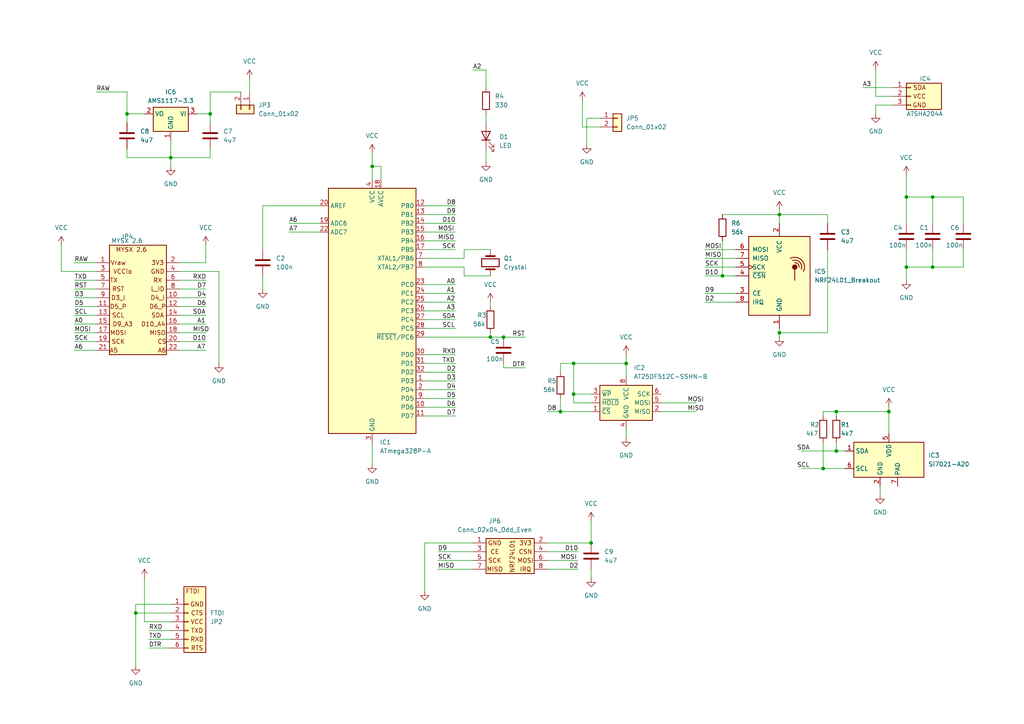
<source format=kicad_sch>
(kicad_sch (version 20230121) (generator eeschema)

  (uuid a214ce3a-8d18-4b33-8250-ef5cdc2fbb04)

  (paper "A4")

  (lib_symbols
    (symbol "Connector_Generic:Conn_01x02" (pin_names (offset 1.016) hide) (in_bom yes) (on_board yes)
      (property "Reference" "J" (at 0 2.54 0)
        (effects (font (size 1.27 1.27)))
      )
      (property "Value" "Conn_01x02" (at 0 -5.08 0)
        (effects (font (size 1.27 1.27)))
      )
      (property "Footprint" "" (at 0 0 0)
        (effects (font (size 1.27 1.27)) hide)
      )
      (property "Datasheet" "~" (at 0 0 0)
        (effects (font (size 1.27 1.27)) hide)
      )
      (property "ki_keywords" "connector" (at 0 0 0)
        (effects (font (size 1.27 1.27)) hide)
      )
      (property "ki_description" "Generic connector, single row, 01x02, script generated (kicad-library-utils/schlib/autogen/connector/)" (at 0 0 0)
        (effects (font (size 1.27 1.27)) hide)
      )
      (property "ki_fp_filters" "Connector*:*_1x??_*" (at 0 0 0)
        (effects (font (size 1.27 1.27)) hide)
      )
      (symbol "Conn_01x02_1_1"
        (rectangle (start -1.27 -2.413) (end 0 -2.667)
          (stroke (width 0.1524) (type default))
          (fill (type none))
        )
        (rectangle (start -1.27 0.127) (end 0 -0.127)
          (stroke (width 0.1524) (type default))
          (fill (type none))
        )
        (rectangle (start -1.27 1.27) (end 1.27 -3.81)
          (stroke (width 0.254) (type default))
          (fill (type background))
        )
        (pin passive line (at -5.08 0 0) (length 3.81)
          (name "Pin_1" (effects (font (size 1.27 1.27))))
          (number "1" (effects (font (size 1.27 1.27))))
        )
        (pin passive line (at -5.08 -2.54 0) (length 3.81)
          (name "Pin_2" (effects (font (size 1.27 1.27))))
          (number "2" (effects (font (size 1.27 1.27))))
        )
      )
    )
    (symbol "Connector_Generic:Conn_01x03" (pin_names (offset 1.016) hide) (in_bom yes) (on_board yes)
      (property "Reference" "C4" (at 2.54 5.08 0)
        (effects (font (size 1.27 1.27)) (justify left))
      )
      (property "Value" "ATSHA204A" (at -1.27 -5.08 0)
        (effects (font (size 1.27 1.27)) (justify left))
      )
      (property "Footprint" "Package_TO_SOT_SMD:SOT-23" (at 0 0 0)
        (effects (font (size 1.27 1.27)) hide)
      )
      (property "Datasheet" "~" (at 0 0 0)
        (effects (font (size 1.27 1.27)) hide)
      )
      (property "ki_keywords" "connector" (at 0 0 0)
        (effects (font (size 1.27 1.27)) hide)
      )
      (property "ki_description" "Generic connector, single row, 01x03, script generated (kicad-library-utils/schlib/autogen/connector/)" (at 0 0 0)
        (effects (font (size 1.27 1.27)) hide)
      )
      (property "ki_fp_filters" "Connector*:*_1x??_*" (at 0 0 0)
        (effects (font (size 1.27 1.27)) hide)
      )
      (symbol "Conn_01x03_1_1"
        (rectangle (start -1.27 -2.413) (end 0 -2.667)
          (stroke (width 0.1524) (type default))
          (fill (type none))
        )
        (rectangle (start -1.27 0.127) (end 0 -0.127)
          (stroke (width 0.1524) (type default))
          (fill (type none))
        )
        (rectangle (start -1.27 2.667) (end 0 2.413)
          (stroke (width 0.1524) (type default))
          (fill (type none))
        )
        (rectangle (start -1.27 3.81) (end 8.89 -3.81)
          (stroke (width 0.254) (type default))
          (fill (type background))
        )
        (text "GND" (at 2.54 -2.54 0)
          (effects (font (size 1.27 1.27)))
        )
        (text "SDA" (at 2.54 2.54 0)
          (effects (font (size 1.27 1.27)))
        )
        (text "VCC" (at 2.54 0 0)
          (effects (font (size 1.27 1.27)))
        )
        (pin passive line (at -5.08 2.54 0) (length 3.81)
          (name "SDA" (effects (font (size 1.27 1.27))))
          (number "1" (effects (font (size 1.27 1.27))))
        )
        (pin passive line (at -5.08 0 0) (length 3.81)
          (name "VCC" (effects (font (size 1.27 1.27))))
          (number "2" (effects (font (size 1.27 1.27))))
        )
        (pin passive line (at -5.08 -2.54 0) (length 3.81)
          (name "GND" (effects (font (size 1.27 1.27))))
          (number "3" (effects (font (size 1.27 1.27))))
        )
      )
    )
    (symbol "Connector_Generic:Conn_01x06" (pin_names (offset 1.016) hide) (in_bom yes) (on_board yes)
      (property "Reference" "JP2" (at 6.35 0 0)
        (effects (font (size 1.27 1.27)) (justify left))
      )
      (property "Value" "FTDI" (at 6.35 2.54 0)
        (effects (font (size 1.27 1.27)) (justify left))
      )
      (property "Footprint" "Connector_PinHeader_2.54mm:PinHeader_1x06_P2.54mm_Vertical" (at 0 0 0)
        (effects (font (size 1.27 1.27)) hide)
      )
      (property "Datasheet" "~" (at 0 0 0)
        (effects (font (size 1.27 1.27)) hide)
      )
      (property "ki_keywords" "connector" (at 0 0 0)
        (effects (font (size 1.27 1.27)) hide)
      )
      (property "ki_description" "Generic connector, single row, 01x06, script generated (kicad-library-utils/schlib/autogen/connector/)" (at 0 0 0)
        (effects (font (size 1.27 1.27)) hide)
      )
      (property "ki_fp_filters" "Connector*:*_1x??_*" (at 0 0 0)
        (effects (font (size 1.27 1.27)) hide)
      )
      (symbol "Conn_01x06_1_1"
        (rectangle (start -1.27 -7.493) (end 0 -7.747)
          (stroke (width 0.1524) (type default))
          (fill (type none))
        )
        (rectangle (start -1.27 -4.953) (end 0 -5.207)
          (stroke (width 0.1524) (type default))
          (fill (type none))
        )
        (rectangle (start -1.27 -2.413) (end 0 -2.667)
          (stroke (width 0.1524) (type default))
          (fill (type none))
        )
        (rectangle (start -1.27 0.127) (end 0 -0.127)
          (stroke (width 0.1524) (type default))
          (fill (type none))
        )
        (rectangle (start -1.27 2.667) (end 0 2.413)
          (stroke (width 0.1524) (type default))
          (fill (type none))
        )
        (rectangle (start -1.27 5.207) (end 0 4.953)
          (stroke (width 0.1524) (type default))
          (fill (type none))
        )
        (rectangle (start -1.27 10.16) (end 5.08 -8.89)
          (stroke (width 0.254) (type default))
          (fill (type background))
        )
        (text "CTS" (at 2.54 2.54 0)
          (effects (font (size 1.27 1.27)))
        )
        (text "FTDI" (at 1.27 8.89 0)
          (effects (font (size 1.27 1.27)))
        )
        (text "GND" (at 2.54 5.08 0)
          (effects (font (size 1.27 1.27)))
        )
        (text "RTS" (at 2.54 -7.62 0)
          (effects (font (size 1.27 1.27)))
        )
        (text "RXD" (at 2.54 -5.08 0)
          (effects (font (size 1.27 1.27)))
        )
        (text "TXD" (at 2.54 -2.54 0)
          (effects (font (size 1.27 1.27)))
        )
        (text "VCC" (at 2.54 0 0)
          (effects (font (size 1.27 1.27)))
        )
        (pin passive line (at -5.08 5.08 0) (length 3.81)
          (name "GND" (effects (font (size 1.27 1.27))))
          (number "1" (effects (font (size 1.27 1.27))))
        )
        (pin passive line (at -5.08 2.54 0) (length 3.81)
          (name "Pin_2" (effects (font (size 1.27 1.27))))
          (number "2" (effects (font (size 1.27 1.27))))
        )
        (pin passive line (at -5.08 0 0) (length 3.81)
          (name "Pin_3" (effects (font (size 1.27 1.27))))
          (number "3" (effects (font (size 1.27 1.27))))
        )
        (pin passive line (at -5.08 -2.54 0) (length 3.81)
          (name "Pin_4" (effects (font (size 1.27 1.27))))
          (number "4" (effects (font (size 1.27 1.27))))
        )
        (pin passive line (at -5.08 -5.08 0) (length 3.81)
          (name "Pin_5" (effects (font (size 1.27 1.27))))
          (number "5" (effects (font (size 1.27 1.27))))
        )
        (pin passive line (at -5.08 -7.62 0) (length 3.81)
          (name "Pin_6" (effects (font (size 1.27 1.27))))
          (number "6" (effects (font (size 1.27 1.27))))
        )
      )
    )
    (symbol "Connector_Generic:Conn_02x04_Odd_Even" (pin_names (offset 1.016) hide) (in_bom yes) (on_board yes)
      (property "Reference" "J1" (at 1.27 8.89 0)
        (effects (font (size 1.27 1.27)))
      )
      (property "Value" "Conn_02x04_Odd_Even" (at 1.27 6.35 0)
        (effects (font (size 1.27 1.27)))
      )
      (property "Footprint" "" (at 0 0 0)
        (effects (font (size 1.27 1.27)) hide)
      )
      (property "Datasheet" "~" (at 0 0 0)
        (effects (font (size 1.27 1.27)) hide)
      )
      (property "ki_keywords" "connector" (at 0 0 0)
        (effects (font (size 1.27 1.27)) hide)
      )
      (property "ki_description" "Generic connector, double row, 02x04, odd/even pin numbering scheme (row 1 odd numbers, row 2 even numbers), script generated (kicad-library-utils/schlib/autogen/connector/)" (at 0 0 0)
        (effects (font (size 1.27 1.27)) hide)
      )
      (property "ki_fp_filters" "Connector*:*_2x??_*" (at 0 0 0)
        (effects (font (size 1.27 1.27)) hide)
      )
      (symbol "Conn_02x04_Odd_Even_1_1"
        (rectangle (start -1.27 3.81) (end 12.7 -6.35)
          (stroke (width 0.254) (type default))
          (fill (type background))
        )
        (text "3V3" (at 10.16 2.54 0)
          (effects (font (size 1.27 1.27)))
        )
        (text "CE" (at 1.27 0 0)
          (effects (font (size 1.27 1.27)))
        )
        (text "CSN" (at 10.16 0 0)
          (effects (font (size 1.27 1.27)))
        )
        (text "GND" (at 1.27 2.54 0)
          (effects (font (size 1.27 1.27)))
        )
        (text "IRQ" (at 10.16 -5.08 0)
          (effects (font (size 1.27 1.27)))
        )
        (text "MISO" (at 1.27 -5.08 0)
          (effects (font (size 1.27 1.27)))
        )
        (text "MOSI" (at 10.16 -2.54 0)
          (effects (font (size 1.27 1.27)))
        )
        (text "NRF24L01" (at 6.35 -1.27 900)
          (effects (font (size 1.27 1.27)))
        )
        (text "SCK" (at 1.27 -2.54 0)
          (effects (font (size 1.27 1.27)))
        )
        (pin passive line (at -5.08 2.54 0) (length 3.81)
          (name "Pin_1" (effects (font (size 1.27 1.27))))
          (number "1" (effects (font (size 1.27 1.27))))
        )
        (pin passive line (at 16.51 2.54 180) (length 3.81)
          (name "Pin_2" (effects (font (size 1.27 1.27))))
          (number "2" (effects (font (size 1.27 1.27))))
        )
        (pin passive line (at -5.08 0 0) (length 3.81)
          (name "Pin_3" (effects (font (size 1.27 1.27))))
          (number "3" (effects (font (size 1.27 1.27))))
        )
        (pin passive line (at 16.51 0 180) (length 3.81)
          (name "Pin_4" (effects (font (size 1.27 1.27))))
          (number "4" (effects (font (size 1.27 1.27))))
        )
        (pin passive line (at -5.08 -2.54 0) (length 3.81)
          (name "Pin_5" (effects (font (size 1.27 1.27))))
          (number "5" (effects (font (size 1.27 1.27))))
        )
        (pin passive line (at 16.51 -2.54 180) (length 3.81)
          (name "Pin_6" (effects (font (size 1.27 1.27))))
          (number "6" (effects (font (size 1.27 1.27))))
        )
        (pin passive line (at -5.08 -5.08 0) (length 3.81)
          (name "Pin_7" (effects (font (size 1.27 1.27))))
          (number "7" (effects (font (size 1.27 1.27))))
        )
        (pin passive line (at 16.51 -5.08 180) (length 3.81)
          (name "Pin_8" (effects (font (size 1.27 1.27))))
          (number "8" (effects (font (size 1.27 1.27))))
        )
      )
    )
    (symbol "Connector_Generic:Conn_02x11_Odd_Even" (pin_names (offset 1.016) hide) (in_bom yes) (on_board yes)
      (property "Reference" "JP4" (at 3.81 20.32 0)
        (effects (font (size 1.27 1.27)))
      )
      (property "Value" "MYSX 2.6" (at 3.81 19.05 0)
        (effects (font (size 1.27 1.27)))
      )
      (property "Footprint" "" (at 0 0 0)
        (effects (font (size 1.27 1.27)) hide)
      )
      (property "Datasheet" "~" (at 0 0 0)
        (effects (font (size 1.27 1.27)) hide)
      )
      (property "ki_keywords" "connector" (at 0 0 0)
        (effects (font (size 1.27 1.27)) hide)
      )
      (property "ki_description" "Generic connector, double row, 02x11, odd/even pin numbering scheme (row 1 odd numbers, row 2 even numbers), script generated (kicad-library-utils/schlib/autogen/connector/)" (at 0 0 0)
        (effects (font (size 1.27 1.27)) hide)
      )
      (property "ki_fp_filters" "Connector*:*_2x??_*" (at 0 0 0)
        (effects (font (size 1.27 1.27)) hide)
      )
      (symbol "Conn_02x11_Odd_Even_1_1"
        (rectangle (start -1.27 17.78) (end 15.24 -13.97)
          (stroke (width 0.254) (type default))
          (fill (type background))
        )
        (text "3V3" (at 12.7 12.7 0)
          (effects (font (size 1.27 1.27)))
        )
        (text "A5" (at 0 -12.7 0)
          (effects (font (size 1.27 1.27)))
        )
        (text "A6" (at 13.97 -12.7 0)
          (effects (font (size 1.27 1.27)))
        )
        (text "CS" (at 13.97 -10.16 0)
          (effects (font (size 1.27 1.27)))
        )
        (text "D10_A4" (at 11.43 -5.08 0)
          (effects (font (size 1.27 1.27)))
        )
        (text "D3_I" (at 1.27 2.54 0)
          (effects (font (size 1.27 1.27)))
        )
        (text "D4_I" (at 12.7 2.54 0)
          (effects (font (size 1.27 1.27)))
        )
        (text "D5_P" (at 1.27 0 0)
          (effects (font (size 1.27 1.27)))
        )
        (text "D6_P" (at 12.7 0 0)
          (effects (font (size 1.27 1.27)))
        )
        (text "D9_A3" (at 2.54 -5.08 0)
          (effects (font (size 1.27 1.27)))
        )
        (text "GND" (at 12.7 10.16 0)
          (effects (font (size 1.27 1.27)))
        )
        (text "L_ID" (at 12.7 5.08 0)
          (effects (font (size 1.27 1.27)))
        )
        (text "MISO" (at 12.7 -7.62 0)
          (effects (font (size 1.27 1.27)))
        )
        (text "MOSI" (at 1.27 -7.62 0)
          (effects (font (size 1.27 1.27)))
        )
        (text "MYSX 2.6" (at 5.08 16.51 0)
          (effects (font (size 1.27 1.27)))
        )
        (text "RST" (at 1.27 5.08 0)
          (effects (font (size 1.27 1.27)))
        )
        (text "RX" (at 12.7 7.62 0)
          (effects (font (size 1.27 1.27)))
        )
        (text "SCK" (at 1.27 -10.16 0)
          (effects (font (size 1.27 1.27)))
        )
        (text "SCL" (at 1.27 -2.54 0)
          (effects (font (size 1.27 1.27)))
        )
        (text "SDA" (at 12.7 -2.54 0)
          (effects (font (size 1.27 1.27)))
        )
        (text "TX" (at 0 7.62 0)
          (effects (font (size 1.27 1.27)))
        )
        (text "VCCio" (at 2.54 10.16 0)
          (effects (font (size 1.27 1.27)))
        )
        (text "Vraw" (at 1.27 12.7 0)
          (effects (font (size 1.27 1.27)))
        )
        (pin passive line (at -5.08 12.7 0) (length 3.81)
          (name "Pin_1" (effects (font (size 1.27 1.27))))
          (number "1" (effects (font (size 1.27 1.27))))
        )
        (pin passive line (at 19.05 2.54 180) (length 3.81)
          (name "Pin_10" (effects (font (size 1.27 1.27))))
          (number "10" (effects (font (size 1.27 1.27))))
        )
        (pin passive line (at -5.08 0 0) (length 3.81)
          (name "Pin_11" (effects (font (size 1.27 1.27))))
          (number "11" (effects (font (size 1.27 1.27))))
        )
        (pin passive line (at 19.05 0 180) (length 3.81)
          (name "Pin_12" (effects (font (size 1.27 1.27))))
          (number "12" (effects (font (size 1.27 1.27))))
        )
        (pin passive line (at -5.08 -2.54 0) (length 3.81)
          (name "Pin_13" (effects (font (size 1.27 1.27))))
          (number "13" (effects (font (size 1.27 1.27))))
        )
        (pin passive line (at 19.05 -2.54 180) (length 3.81)
          (name "Pin_14" (effects (font (size 1.27 1.27))))
          (number "14" (effects (font (size 1.27 1.27))))
        )
        (pin passive line (at -5.08 -5.08 0) (length 3.81)
          (name "Pin_15" (effects (font (size 1.27 1.27))))
          (number "15" (effects (font (size 1.27 1.27))))
        )
        (pin passive line (at 19.05 -5.08 180) (length 3.81)
          (name "Pin_16" (effects (font (size 1.27 1.27))))
          (number "16" (effects (font (size 1.27 1.27))))
        )
        (pin passive line (at -5.08 -7.62 0) (length 3.81)
          (name "Pin_17" (effects (font (size 1.27 1.27))))
          (number "17" (effects (font (size 1.27 1.27))))
        )
        (pin passive line (at 19.05 -7.62 180) (length 3.81)
          (name "Pin_18" (effects (font (size 1.27 1.27))))
          (number "18" (effects (font (size 1.27 1.27))))
        )
        (pin passive line (at -5.08 -10.16 0) (length 3.81)
          (name "Pin_19" (effects (font (size 1.27 1.27))))
          (number "19" (effects (font (size 1.27 1.27))))
        )
        (pin passive line (at 19.05 12.7 180) (length 3.81)
          (name "Pin_2" (effects (font (size 1.27 1.27))))
          (number "2" (effects (font (size 1.27 1.27))))
        )
        (pin passive line (at 19.05 -10.16 180) (length 3.81)
          (name "Pin_20" (effects (font (size 1.27 1.27))))
          (number "20" (effects (font (size 1.27 1.27))))
        )
        (pin passive line (at -5.08 -12.7 0) (length 3.81)
          (name "Pin_21" (effects (font (size 1.27 1.27))))
          (number "21" (effects (font (size 1.27 1.27))))
        )
        (pin passive line (at 19.05 -12.7 180) (length 3.81)
          (name "Pin_22" (effects (font (size 1.27 1.27))))
          (number "22" (effects (font (size 1.27 1.27))))
        )
        (pin passive line (at -5.08 10.16 0) (length 3.81)
          (name "Pin_3" (effects (font (size 1.27 1.27))))
          (number "3" (effects (font (size 1.27 1.27))))
        )
        (pin passive line (at 19.05 10.16 180) (length 3.81)
          (name "Pin_4" (effects (font (size 1.27 1.27))))
          (number "4" (effects (font (size 1.27 1.27))))
        )
        (pin passive line (at -5.08 7.62 0) (length 3.81)
          (name "Pin_5" (effects (font (size 1.27 1.27))))
          (number "5" (effects (font (size 1.27 1.27))))
        )
        (pin passive line (at 19.05 7.62 180) (length 3.81)
          (name "Pin_6" (effects (font (size 1.27 1.27))))
          (number "6" (effects (font (size 1.27 1.27))))
        )
        (pin passive line (at -5.08 5.08 0) (length 3.81)
          (name "Pin_7" (effects (font (size 1.27 1.27))))
          (number "7" (effects (font (size 1.27 1.27))))
        )
        (pin passive line (at 19.05 5.08 180) (length 3.81)
          (name "Pin_8" (effects (font (size 1.27 1.27))))
          (number "8" (effects (font (size 1.27 1.27))))
        )
        (pin passive line (at -5.08 2.54 0) (length 3.81)
          (name "Pin_9" (effects (font (size 1.27 1.27))))
          (number "9" (effects (font (size 1.27 1.27))))
        )
      )
    )
    (symbol "Device:C" (pin_numbers hide) (pin_names (offset 0.254)) (in_bom yes) (on_board yes)
      (property "Reference" "C" (at 0.635 2.54 0)
        (effects (font (size 1.27 1.27)) (justify left))
      )
      (property "Value" "C" (at 0.635 -2.54 0)
        (effects (font (size 1.27 1.27)) (justify left))
      )
      (property "Footprint" "" (at 0.9652 -3.81 0)
        (effects (font (size 1.27 1.27)) hide)
      )
      (property "Datasheet" "~" (at 0 0 0)
        (effects (font (size 1.27 1.27)) hide)
      )
      (property "ki_keywords" "cap capacitor" (at 0 0 0)
        (effects (font (size 1.27 1.27)) hide)
      )
      (property "ki_description" "Unpolarized capacitor" (at 0 0 0)
        (effects (font (size 1.27 1.27)) hide)
      )
      (property "ki_fp_filters" "C_*" (at 0 0 0)
        (effects (font (size 1.27 1.27)) hide)
      )
      (symbol "C_0_1"
        (polyline
          (pts
            (xy -2.032 -0.762)
            (xy 2.032 -0.762)
          )
          (stroke (width 0.508) (type default))
          (fill (type none))
        )
        (polyline
          (pts
            (xy -2.032 0.762)
            (xy 2.032 0.762)
          )
          (stroke (width 0.508) (type default))
          (fill (type none))
        )
      )
      (symbol "C_1_1"
        (pin passive line (at 0 3.81 270) (length 2.794)
          (name "~" (effects (font (size 1.27 1.27))))
          (number "1" (effects (font (size 1.27 1.27))))
        )
        (pin passive line (at 0 -3.81 90) (length 2.794)
          (name "~" (effects (font (size 1.27 1.27))))
          (number "2" (effects (font (size 1.27 1.27))))
        )
      )
    )
    (symbol "Device:Crystal" (pin_numbers hide) (pin_names (offset 1.016) hide) (in_bom yes) (on_board yes)
      (property "Reference" "Y" (at 0 3.81 0)
        (effects (font (size 1.27 1.27)))
      )
      (property "Value" "Crystal" (at 0 -3.81 0)
        (effects (font (size 1.27 1.27)))
      )
      (property "Footprint" "" (at 0 0 0)
        (effects (font (size 1.27 1.27)) hide)
      )
      (property "Datasheet" "~" (at 0 0 0)
        (effects (font (size 1.27 1.27)) hide)
      )
      (property "ki_keywords" "quartz ceramic resonator oscillator" (at 0 0 0)
        (effects (font (size 1.27 1.27)) hide)
      )
      (property "ki_description" "Two pin crystal" (at 0 0 0)
        (effects (font (size 1.27 1.27)) hide)
      )
      (property "ki_fp_filters" "Crystal*" (at 0 0 0)
        (effects (font (size 1.27 1.27)) hide)
      )
      (symbol "Crystal_0_1"
        (rectangle (start -1.143 2.54) (end 1.143 -2.54)
          (stroke (width 0.3048) (type default))
          (fill (type none))
        )
        (polyline
          (pts
            (xy -2.54 0)
            (xy -1.905 0)
          )
          (stroke (width 0) (type default))
          (fill (type none))
        )
        (polyline
          (pts
            (xy -1.905 -1.27)
            (xy -1.905 1.27)
          )
          (stroke (width 0.508) (type default))
          (fill (type none))
        )
        (polyline
          (pts
            (xy 1.905 -1.27)
            (xy 1.905 1.27)
          )
          (stroke (width 0.508) (type default))
          (fill (type none))
        )
        (polyline
          (pts
            (xy 2.54 0)
            (xy 1.905 0)
          )
          (stroke (width 0) (type default))
          (fill (type none))
        )
      )
      (symbol "Crystal_1_1"
        (pin passive line (at -3.81 0 0) (length 1.27)
          (name "1" (effects (font (size 1.27 1.27))))
          (number "1" (effects (font (size 1.27 1.27))))
        )
        (pin passive line (at 3.81 0 180) (length 1.27)
          (name "2" (effects (font (size 1.27 1.27))))
          (number "2" (effects (font (size 1.27 1.27))))
        )
      )
    )
    (symbol "Device:LED" (pin_numbers hide) (pin_names (offset 1.016) hide) (in_bom yes) (on_board yes)
      (property "Reference" "D" (at 0 2.54 0)
        (effects (font (size 1.27 1.27)))
      )
      (property "Value" "LED" (at 0 -2.54 0)
        (effects (font (size 1.27 1.27)))
      )
      (property "Footprint" "" (at 0 0 0)
        (effects (font (size 1.27 1.27)) hide)
      )
      (property "Datasheet" "~" (at 0 0 0)
        (effects (font (size 1.27 1.27)) hide)
      )
      (property "ki_keywords" "LED diode" (at 0 0 0)
        (effects (font (size 1.27 1.27)) hide)
      )
      (property "ki_description" "Light emitting diode" (at 0 0 0)
        (effects (font (size 1.27 1.27)) hide)
      )
      (property "ki_fp_filters" "LED* LED_SMD:* LED_THT:*" (at 0 0 0)
        (effects (font (size 1.27 1.27)) hide)
      )
      (symbol "LED_0_1"
        (polyline
          (pts
            (xy -1.27 -1.27)
            (xy -1.27 1.27)
          )
          (stroke (width 0.254) (type default))
          (fill (type none))
        )
        (polyline
          (pts
            (xy -1.27 0)
            (xy 1.27 0)
          )
          (stroke (width 0) (type default))
          (fill (type none))
        )
        (polyline
          (pts
            (xy 1.27 -1.27)
            (xy 1.27 1.27)
            (xy -1.27 0)
            (xy 1.27 -1.27)
          )
          (stroke (width 0.254) (type default))
          (fill (type none))
        )
        (polyline
          (pts
            (xy -3.048 -0.762)
            (xy -4.572 -2.286)
            (xy -3.81 -2.286)
            (xy -4.572 -2.286)
            (xy -4.572 -1.524)
          )
          (stroke (width 0) (type default))
          (fill (type none))
        )
        (polyline
          (pts
            (xy -1.778 -0.762)
            (xy -3.302 -2.286)
            (xy -2.54 -2.286)
            (xy -3.302 -2.286)
            (xy -3.302 -1.524)
          )
          (stroke (width 0) (type default))
          (fill (type none))
        )
      )
      (symbol "LED_1_1"
        (pin passive line (at -3.81 0 0) (length 2.54)
          (name "K" (effects (font (size 1.27 1.27))))
          (number "1" (effects (font (size 1.27 1.27))))
        )
        (pin passive line (at 3.81 0 180) (length 2.54)
          (name "A" (effects (font (size 1.27 1.27))))
          (number "2" (effects (font (size 1.27 1.27))))
        )
      )
    )
    (symbol "Device:R" (pin_numbers hide) (pin_names (offset 0)) (in_bom yes) (on_board yes)
      (property "Reference" "R" (at 2.032 0 90)
        (effects (font (size 1.27 1.27)))
      )
      (property "Value" "R" (at 0 0 90)
        (effects (font (size 1.27 1.27)))
      )
      (property "Footprint" "" (at -1.778 0 90)
        (effects (font (size 1.27 1.27)) hide)
      )
      (property "Datasheet" "~" (at 0 0 0)
        (effects (font (size 1.27 1.27)) hide)
      )
      (property "ki_keywords" "R res resistor" (at 0 0 0)
        (effects (font (size 1.27 1.27)) hide)
      )
      (property "ki_description" "Resistor" (at 0 0 0)
        (effects (font (size 1.27 1.27)) hide)
      )
      (property "ki_fp_filters" "R_*" (at 0 0 0)
        (effects (font (size 1.27 1.27)) hide)
      )
      (symbol "R_0_1"
        (rectangle (start -1.016 -2.54) (end 1.016 2.54)
          (stroke (width 0.254) (type default))
          (fill (type none))
        )
      )
      (symbol "R_1_1"
        (pin passive line (at 0 3.81 270) (length 1.27)
          (name "~" (effects (font (size 1.27 1.27))))
          (number "1" (effects (font (size 1.27 1.27))))
        )
        (pin passive line (at 0 -3.81 90) (length 1.27)
          (name "~" (effects (font (size 1.27 1.27))))
          (number "2" (effects (font (size 1.27 1.27))))
        )
      )
    )
    (symbol "MCU_Microchip_ATmega:ATmega328P-A" (in_bom yes) (on_board yes)
      (property "Reference" "U" (at -12.7 36.83 0)
        (effects (font (size 1.27 1.27)) (justify left bottom))
      )
      (property "Value" "ATmega328P-A" (at 2.54 -36.83 0)
        (effects (font (size 1.27 1.27)) (justify left top))
      )
      (property "Footprint" "Package_QFP:TQFP-32_7x7mm_P0.8mm" (at 0 0 0)
        (effects (font (size 1.27 1.27) italic) hide)
      )
      (property "Datasheet" "http://ww1.microchip.com/downloads/en/DeviceDoc/ATmega328_P%20AVR%20MCU%20with%20picoPower%20Technology%20Data%20Sheet%2040001984A.pdf" (at 0 0 0)
        (effects (font (size 1.27 1.27)) hide)
      )
      (property "ki_keywords" "AVR 8bit Microcontroller MegaAVR PicoPower" (at 0 0 0)
        (effects (font (size 1.27 1.27)) hide)
      )
      (property "ki_description" "20MHz, 32kB Flash, 2kB SRAM, 1kB EEPROM, TQFP-32" (at 0 0 0)
        (effects (font (size 1.27 1.27)) hide)
      )
      (property "ki_fp_filters" "TQFP*7x7mm*P0.8mm*" (at 0 0 0)
        (effects (font (size 1.27 1.27)) hide)
      )
      (symbol "ATmega328P-A_0_1"
        (rectangle (start -12.7 -35.56) (end 12.7 35.56)
          (stroke (width 0.254) (type default))
          (fill (type background))
        )
      )
      (symbol "ATmega328P-A_1_1"
        (pin bidirectional line (at 15.24 -20.32 180) (length 2.54)
          (name "PD3" (effects (font (size 1.27 1.27))))
          (number "1" (effects (font (size 1.27 1.27))))
        )
        (pin bidirectional line (at 15.24 -27.94 180) (length 2.54)
          (name "PD6" (effects (font (size 1.27 1.27))))
          (number "10" (effects (font (size 1.27 1.27))))
        )
        (pin bidirectional line (at 15.24 -30.48 180) (length 2.54)
          (name "PD7" (effects (font (size 1.27 1.27))))
          (number "11" (effects (font (size 1.27 1.27))))
        )
        (pin bidirectional line (at 15.24 30.48 180) (length 2.54)
          (name "PB0" (effects (font (size 1.27 1.27))))
          (number "12" (effects (font (size 1.27 1.27))))
        )
        (pin bidirectional line (at 15.24 27.94 180) (length 2.54)
          (name "PB1" (effects (font (size 1.27 1.27))))
          (number "13" (effects (font (size 1.27 1.27))))
        )
        (pin bidirectional line (at 15.24 25.4 180) (length 2.54)
          (name "PB2" (effects (font (size 1.27 1.27))))
          (number "14" (effects (font (size 1.27 1.27))))
        )
        (pin bidirectional line (at 15.24 22.86 180) (length 2.54)
          (name "PB3" (effects (font (size 1.27 1.27))))
          (number "15" (effects (font (size 1.27 1.27))))
        )
        (pin bidirectional line (at 15.24 20.32 180) (length 2.54)
          (name "PB4" (effects (font (size 1.27 1.27))))
          (number "16" (effects (font (size 1.27 1.27))))
        )
        (pin bidirectional line (at 15.24 17.78 180) (length 2.54)
          (name "PB5" (effects (font (size 1.27 1.27))))
          (number "17" (effects (font (size 1.27 1.27))))
        )
        (pin power_in line (at 2.54 38.1 270) (length 2.54)
          (name "AVCC" (effects (font (size 1.27 1.27))))
          (number "18" (effects (font (size 1.27 1.27))))
        )
        (pin input line (at -15.24 25.4 0) (length 2.54)
          (name "ADC6" (effects (font (size 1.27 1.27))))
          (number "19" (effects (font (size 1.27 1.27))))
        )
        (pin bidirectional line (at 15.24 -22.86 180) (length 2.54)
          (name "PD4" (effects (font (size 1.27 1.27))))
          (number "2" (effects (font (size 1.27 1.27))))
        )
        (pin passive line (at -15.24 30.48 0) (length 2.54)
          (name "AREF" (effects (font (size 1.27 1.27))))
          (number "20" (effects (font (size 1.27 1.27))))
        )
        (pin passive line (at 0 -38.1 90) (length 2.54) hide
          (name "GND" (effects (font (size 1.27 1.27))))
          (number "21" (effects (font (size 1.27 1.27))))
        )
        (pin input line (at -15.24 22.86 0) (length 2.54)
          (name "ADC7" (effects (font (size 1.27 1.27))))
          (number "22" (effects (font (size 1.27 1.27))))
        )
        (pin bidirectional line (at 15.24 7.62 180) (length 2.54)
          (name "PC0" (effects (font (size 1.27 1.27))))
          (number "23" (effects (font (size 1.27 1.27))))
        )
        (pin bidirectional line (at 15.24 5.08 180) (length 2.54)
          (name "PC1" (effects (font (size 1.27 1.27))))
          (number "24" (effects (font (size 1.27 1.27))))
        )
        (pin bidirectional line (at 15.24 2.54 180) (length 2.54)
          (name "PC2" (effects (font (size 1.27 1.27))))
          (number "25" (effects (font (size 1.27 1.27))))
        )
        (pin bidirectional line (at 15.24 0 180) (length 2.54)
          (name "PC3" (effects (font (size 1.27 1.27))))
          (number "26" (effects (font (size 1.27 1.27))))
        )
        (pin bidirectional line (at 15.24 -2.54 180) (length 2.54)
          (name "PC4" (effects (font (size 1.27 1.27))))
          (number "27" (effects (font (size 1.27 1.27))))
        )
        (pin bidirectional line (at 15.24 -5.08 180) (length 2.54)
          (name "PC5" (effects (font (size 1.27 1.27))))
          (number "28" (effects (font (size 1.27 1.27))))
        )
        (pin bidirectional line (at 15.24 -7.62 180) (length 2.54)
          (name "~{RESET}/PC6" (effects (font (size 1.27 1.27))))
          (number "29" (effects (font (size 1.27 1.27))))
        )
        (pin power_in line (at 0 -38.1 90) (length 2.54)
          (name "GND" (effects (font (size 1.27 1.27))))
          (number "3" (effects (font (size 1.27 1.27))))
        )
        (pin bidirectional line (at 15.24 -12.7 180) (length 2.54)
          (name "PD0" (effects (font (size 1.27 1.27))))
          (number "30" (effects (font (size 1.27 1.27))))
        )
        (pin bidirectional line (at 15.24 -15.24 180) (length 2.54)
          (name "PD1" (effects (font (size 1.27 1.27))))
          (number "31" (effects (font (size 1.27 1.27))))
        )
        (pin bidirectional line (at 15.24 -17.78 180) (length 2.54)
          (name "PD2" (effects (font (size 1.27 1.27))))
          (number "32" (effects (font (size 1.27 1.27))))
        )
        (pin power_in line (at 0 38.1 270) (length 2.54)
          (name "VCC" (effects (font (size 1.27 1.27))))
          (number "4" (effects (font (size 1.27 1.27))))
        )
        (pin passive line (at 0 -38.1 90) (length 2.54) hide
          (name "GND" (effects (font (size 1.27 1.27))))
          (number "5" (effects (font (size 1.27 1.27))))
        )
        (pin passive line (at 0 38.1 270) (length 2.54) hide
          (name "VCC" (effects (font (size 1.27 1.27))))
          (number "6" (effects (font (size 1.27 1.27))))
        )
        (pin bidirectional line (at 15.24 15.24 180) (length 2.54)
          (name "XTAL1/PB6" (effects (font (size 1.27 1.27))))
          (number "7" (effects (font (size 1.27 1.27))))
        )
        (pin bidirectional line (at 15.24 12.7 180) (length 2.54)
          (name "XTAL2/PB7" (effects (font (size 1.27 1.27))))
          (number "8" (effects (font (size 1.27 1.27))))
        )
        (pin bidirectional line (at 15.24 -25.4 180) (length 2.54)
          (name "PD5" (effects (font (size 1.27 1.27))))
          (number "9" (effects (font (size 1.27 1.27))))
        )
      )
    )
    (symbol "Memory_EEPROM:AT25xxx" (in_bom yes) (on_board yes)
      (property "Reference" "U" (at -7.62 6.35 0)
        (effects (font (size 1.27 1.27)))
      )
      (property "Value" "AT25xxx" (at 2.54 -6.35 0)
        (effects (font (size 1.27 1.27)) (justify left))
      )
      (property "Footprint" "" (at 0 0 0)
        (effects (font (size 1.27 1.27)) hide)
      )
      (property "Datasheet" "http://ww1.microchip.com/downloads/en/DeviceDoc/Atmel-8707-SEEPROM-AT25010B-020B-040B-Datasheet.pdf" (at 0 0 0)
        (effects (font (size 1.27 1.27)) hide)
      )
      (property "ki_keywords" "EEPROM memory SPI serial" (at 0 0 0)
        (effects (font (size 1.27 1.27)) hide)
      )
      (property "ki_description" "Microchip SPI Serial EEPROM, DIP-8/SOIC-8/TSSOP-8" (at 0 0 0)
        (effects (font (size 1.27 1.27)) hide)
      )
      (property "ki_fp_filters" "DIP*W7.62mm* SOIC*3.9x4.9mm* TSSOP*4.4x3mm*P0.65mm*" (at 0 0 0)
        (effects (font (size 1.27 1.27)) hide)
      )
      (symbol "AT25xxx_1_1"
        (rectangle (start -7.62 5.08) (end 7.62 -5.08)
          (stroke (width 0.254) (type default))
          (fill (type background))
        )
        (pin input line (at -10.16 -2.54 0) (length 2.54)
          (name "~{CS}" (effects (font (size 1.27 1.27))))
          (number "1" (effects (font (size 1.27 1.27))))
        )
        (pin tri_state line (at 10.16 -2.54 180) (length 2.54)
          (name "MISO" (effects (font (size 1.27 1.27))))
          (number "2" (effects (font (size 1.27 1.27))))
        )
        (pin input line (at -10.16 2.54 0) (length 2.54)
          (name "~{WP}" (effects (font (size 1.27 1.27))))
          (number "3" (effects (font (size 1.27 1.27))))
        )
        (pin power_in line (at 0 -7.62 90) (length 2.54)
          (name "GND" (effects (font (size 1.27 1.27))))
          (number "4" (effects (font (size 1.27 1.27))))
        )
        (pin input line (at 10.16 0 180) (length 2.54)
          (name "MOSI" (effects (font (size 1.27 1.27))))
          (number "5" (effects (font (size 1.27 1.27))))
        )
        (pin input line (at 10.16 2.54 180) (length 2.54)
          (name "SCK" (effects (font (size 1.27 1.27))))
          (number "6" (effects (font (size 1.27 1.27))))
        )
        (pin input line (at -10.16 0 0) (length 2.54)
          (name "~{HOLD}" (effects (font (size 1.27 1.27))))
          (number "7" (effects (font (size 1.27 1.27))))
        )
        (pin power_in line (at 0 7.62 270) (length 2.54)
          (name "VCC" (effects (font (size 1.27 1.27))))
          (number "8" (effects (font (size 1.27 1.27))))
        )
      )
    )
    (symbol "RF:NRF24L01_Breakout" (pin_names (offset 1.016)) (in_bom yes) (on_board yes)
      (property "Reference" "U" (at -8.89 12.7 0)
        (effects (font (size 1.27 1.27)) (justify left))
      )
      (property "Value" "NRF24L01_Breakout" (at 3.81 12.7 0)
        (effects (font (size 1.27 1.27)) (justify left))
      )
      (property "Footprint" "RF_Module:nRF24L01_Breakout" (at 3.81 15.24 0)
        (effects (font (size 1.27 1.27) italic) (justify left) hide)
      )
      (property "Datasheet" "http://www.nordicsemi.com/eng/content/download/2730/34105/file/nRF24L01_Product_Specification_v2_0.pdf" (at 0 -2.54 0)
        (effects (font (size 1.27 1.27)) hide)
      )
      (property "ki_keywords" "Low Power RF Transceiver breakout carrier" (at 0 0 0)
        (effects (font (size 1.27 1.27)) hide)
      )
      (property "ki_description" "Ultra low power 2.4GHz RF Transceiver, Carrier PCB" (at 0 0 0)
        (effects (font (size 1.27 1.27)) hide)
      )
      (property "ki_fp_filters" "nRF24L01*Breakout*" (at 0 0 0)
        (effects (font (size 1.27 1.27)) hide)
      )
      (symbol "NRF24L01_Breakout_0_1"
        (rectangle (start -8.89 11.43) (end 8.89 -11.43)
          (stroke (width 0.254) (type default))
          (fill (type background))
        )
        (polyline
          (pts
            (xy 4.445 1.905)
            (xy 4.445 -1.27)
          )
          (stroke (width 0.254) (type default))
          (fill (type none))
        )
        (circle (center 4.445 2.54) (radius 0.635)
          (stroke (width 0.254) (type default))
          (fill (type outline))
        )
        (arc (start 5.715 2.54) (mid 5.3521 3.4546) (end 4.445 3.81)
          (stroke (width 0.254) (type default))
          (fill (type none))
        )
        (arc (start 6.35 1.905) (mid 5.8763 3.9854) (end 3.81 4.445)
          (stroke (width 0.254) (type default))
          (fill (type none))
        )
        (arc (start 6.985 1.27) (mid 6.453 4.548) (end 3.175 5.08)
          (stroke (width 0.254) (type default))
          (fill (type none))
        )
      )
      (symbol "NRF24L01_Breakout_1_1"
        (pin power_in line (at 0 -15.24 90) (length 3.81)
          (name "GND" (effects (font (size 1.27 1.27))))
          (number "1" (effects (font (size 1.27 1.27))))
        )
        (pin power_in line (at 0 15.24 270) (length 3.81)
          (name "VCC" (effects (font (size 1.27 1.27))))
          (number "2" (effects (font (size 1.27 1.27))))
        )
        (pin input line (at -12.7 -5.08 0) (length 3.81)
          (name "CE" (effects (font (size 1.27 1.27))))
          (number "3" (effects (font (size 1.27 1.27))))
        )
        (pin input line (at -12.7 0 0) (length 3.81)
          (name "~{CSN}" (effects (font (size 1.27 1.27))))
          (number "4" (effects (font (size 1.27 1.27))))
        )
        (pin input clock (at -12.7 2.54 0) (length 3.81)
          (name "SCK" (effects (font (size 1.27 1.27))))
          (number "5" (effects (font (size 1.27 1.27))))
        )
        (pin input line (at -12.7 7.62 0) (length 3.81)
          (name "MOSI" (effects (font (size 1.27 1.27))))
          (number "6" (effects (font (size 1.27 1.27))))
        )
        (pin output line (at -12.7 5.08 0) (length 3.81)
          (name "MISO" (effects (font (size 1.27 1.27))))
          (number "7" (effects (font (size 1.27 1.27))))
        )
        (pin output line (at -12.7 -7.62 0) (length 3.81)
          (name "IRQ" (effects (font (size 1.27 1.27))))
          (number "8" (effects (font (size 1.27 1.27))))
        )
      )
    )
    (symbol "Regulator_Linear:AMS1117-3.3" (in_bom yes) (on_board yes)
      (property "Reference" "U" (at -3.81 3.175 0)
        (effects (font (size 1.27 1.27)))
      )
      (property "Value" "AMS1117-3.3" (at 0 3.175 0)
        (effects (font (size 1.27 1.27)) (justify left))
      )
      (property "Footprint" "Package_TO_SOT_SMD:SOT-223-3_TabPin2" (at 0 5.08 0)
        (effects (font (size 1.27 1.27)) hide)
      )
      (property "Datasheet" "http://www.advanced-monolithic.com/pdf/ds1117.pdf" (at 2.54 -6.35 0)
        (effects (font (size 1.27 1.27)) hide)
      )
      (property "ki_keywords" "linear regulator ldo fixed positive" (at 0 0 0)
        (effects (font (size 1.27 1.27)) hide)
      )
      (property "ki_description" "1A Low Dropout regulator, positive, 3.3V fixed output, SOT-223" (at 0 0 0)
        (effects (font (size 1.27 1.27)) hide)
      )
      (property "ki_fp_filters" "SOT?223*TabPin2*" (at 0 0 0)
        (effects (font (size 1.27 1.27)) hide)
      )
      (symbol "AMS1117-3.3_0_1"
        (rectangle (start -5.08 -5.08) (end 5.08 1.905)
          (stroke (width 0.254) (type default))
          (fill (type background))
        )
      )
      (symbol "AMS1117-3.3_1_1"
        (pin power_in line (at 0 -7.62 90) (length 2.54)
          (name "GND" (effects (font (size 1.27 1.27))))
          (number "1" (effects (font (size 1.27 1.27))))
        )
        (pin power_out line (at 7.62 0 180) (length 2.54)
          (name "VO" (effects (font (size 1.27 1.27))))
          (number "2" (effects (font (size 1.27 1.27))))
        )
        (pin power_in line (at -7.62 0 0) (length 2.54)
          (name "VI" (effects (font (size 1.27 1.27))))
          (number "3" (effects (font (size 1.27 1.27))))
        )
      )
    )
    (symbol "Sensor_Humidity:Si7021-A20" (in_bom yes) (on_board yes)
      (property "Reference" "U" (at -5.08 7.62 0)
        (effects (font (size 1.27 1.27)))
      )
      (property "Value" "Si7021-A20" (at -10.16 10.16 0)
        (effects (font (size 1.27 1.27)))
      )
      (property "Footprint" "Package_DFN_QFN:DFN-6-1EP_3x3mm_P1mm_EP1.5x2.4mm" (at 0 -10.16 0)
        (effects (font (size 1.27 1.27)) hide)
      )
      (property "Datasheet" "https://www.silabs.com/documents/public/data-sheets/Si7021-A20.pdf" (at -5.08 7.62 0)
        (effects (font (size 1.27 1.27)) hide)
      )
      (property "ki_keywords" "I2C Humidity Temperature Sensor" (at 0 0 0)
        (effects (font (size 1.27 1.27)) hide)
      )
      (property "ki_description" "I2C Humidity and Temperature Sensor, DFN-6" (at 0 0 0)
        (effects (font (size 1.27 1.27)) hide)
      )
      (property "ki_fp_filters" "DFN*1EP*3x3mm*P1mm*" (at 0 0 0)
        (effects (font (size 1.27 1.27)) hide)
      )
      (symbol "Si7021-A20_0_1"
        (rectangle (start -10.16 5.08) (end 10.16 -5.08)
          (stroke (width 0.254) (type default))
          (fill (type background))
        )
      )
      (symbol "Si7021-A20_1_1"
        (pin bidirectional line (at -12.7 2.54 0) (length 2.54)
          (name "SDA" (effects (font (size 1.27 1.27))))
          (number "1" (effects (font (size 1.27 1.27))))
        )
        (pin power_in line (at -2.54 -7.62 90) (length 2.54)
          (name "GND" (effects (font (size 1.27 1.27))))
          (number "2" (effects (font (size 1.27 1.27))))
        )
        (pin no_connect line (at 10.16 2.54 180) (length 2.54) hide
          (name "NC" (effects (font (size 1.27 1.27))))
          (number "3" (effects (font (size 1.27 1.27))))
        )
        (pin no_connect line (at 10.16 -2.54 180) (length 2.54) hide
          (name "NC" (effects (font (size 1.27 1.27))))
          (number "4" (effects (font (size 1.27 1.27))))
        )
        (pin power_in line (at 0 7.62 270) (length 2.54)
          (name "VDD" (effects (font (size 1.27 1.27))))
          (number "5" (effects (font (size 1.27 1.27))))
        )
        (pin input line (at -12.7 -2.54 0) (length 2.54)
          (name "SCL" (effects (font (size 1.27 1.27))))
          (number "6" (effects (font (size 1.27 1.27))))
        )
        (pin passive line (at 2.54 -7.62 90) (length 2.54)
          (name "PAD" (effects (font (size 1.27 1.27))))
          (number "7" (effects (font (size 1.27 1.27))))
        )
      )
    )
    (symbol "power:GND" (power) (pin_names (offset 0)) (in_bom yes) (on_board yes)
      (property "Reference" "#PWR" (at 0 -6.35 0)
        (effects (font (size 1.27 1.27)) hide)
      )
      (property "Value" "GND" (at 0 -3.81 0)
        (effects (font (size 1.27 1.27)))
      )
      (property "Footprint" "" (at 0 0 0)
        (effects (font (size 1.27 1.27)) hide)
      )
      (property "Datasheet" "" (at 0 0 0)
        (effects (font (size 1.27 1.27)) hide)
      )
      (property "ki_keywords" "global power" (at 0 0 0)
        (effects (font (size 1.27 1.27)) hide)
      )
      (property "ki_description" "Power symbol creates a global label with name \"GND\" , ground" (at 0 0 0)
        (effects (font (size 1.27 1.27)) hide)
      )
      (symbol "GND_0_1"
        (polyline
          (pts
            (xy 0 0)
            (xy 0 -1.27)
            (xy 1.27 -1.27)
            (xy 0 -2.54)
            (xy -1.27 -1.27)
            (xy 0 -1.27)
          )
          (stroke (width 0) (type default))
          (fill (type none))
        )
      )
      (symbol "GND_1_1"
        (pin power_in line (at 0 0 270) (length 0) hide
          (name "GND" (effects (font (size 1.27 1.27))))
          (number "1" (effects (font (size 1.27 1.27))))
        )
      )
    )
    (symbol "power:VCC" (power) (pin_names (offset 0)) (in_bom yes) (on_board yes)
      (property "Reference" "#PWR" (at 0 -3.81 0)
        (effects (font (size 1.27 1.27)) hide)
      )
      (property "Value" "VCC" (at 0 3.81 0)
        (effects (font (size 1.27 1.27)))
      )
      (property "Footprint" "" (at 0 0 0)
        (effects (font (size 1.27 1.27)) hide)
      )
      (property "Datasheet" "" (at 0 0 0)
        (effects (font (size 1.27 1.27)) hide)
      )
      (property "ki_keywords" "global power" (at 0 0 0)
        (effects (font (size 1.27 1.27)) hide)
      )
      (property "ki_description" "Power symbol creates a global label with name \"VCC\"" (at 0 0 0)
        (effects (font (size 1.27 1.27)) hide)
      )
      (symbol "VCC_0_1"
        (polyline
          (pts
            (xy -0.762 1.27)
            (xy 0 2.54)
          )
          (stroke (width 0) (type default))
          (fill (type none))
        )
        (polyline
          (pts
            (xy 0 0)
            (xy 0 2.54)
          )
          (stroke (width 0) (type default))
          (fill (type none))
        )
        (polyline
          (pts
            (xy 0 2.54)
            (xy 0.762 1.27)
          )
          (stroke (width 0) (type default))
          (fill (type none))
        )
      )
      (symbol "VCC_1_1"
        (pin power_in line (at 0 0 90) (length 0) hide
          (name "VCC" (effects (font (size 1.27 1.27))))
          (number "1" (effects (font (size 1.27 1.27))))
        )
      )
    )
  )

  (junction (at 166.37 114.3) (diameter 0) (color 0 0 0 0)
    (uuid 01c94c38-050f-48e8-b518-219284c6125d)
  )
  (junction (at 166.37 105.41) (diameter 0) (color 0 0 0 0)
    (uuid 0f53c5fc-7804-455a-b87a-400a461bdd3d)
  )
  (junction (at 39.37 177.8) (diameter 0) (color 0 0 0 0)
    (uuid 0f909f6c-bcb4-43f0-af7d-43d5b3b249f7)
  )
  (junction (at 226.06 62.23) (diameter 0) (color 0 0 0 0)
    (uuid 144f2d86-f9e3-40f6-b2da-af0a90835024)
  )
  (junction (at 181.61 105.41) (diameter 0) (color 0 0 0 0)
    (uuid 2c46f811-e250-4844-84b7-69d8ac18d861)
  )
  (junction (at 242.57 119.38) (diameter 0) (color 0 0 0 0)
    (uuid 332a10c2-01e5-447a-abe8-110a1af9e7a1)
  )
  (junction (at 209.55 80.01) (diameter 0) (color 0 0 0 0)
    (uuid 355ddbc1-5367-463d-b046-e5c8fe3d663b)
  )
  (junction (at 226.06 96.52) (diameter 0) (color 0 0 0 0)
    (uuid 36232b09-2b19-473c-90a6-2bcc7dba74dd)
  )
  (junction (at 60.96 33.02) (diameter 0) (color 0 0 0 0)
    (uuid 37590384-fc61-4026-a0c4-ba65412ef66a)
  )
  (junction (at 162.56 119.38) (diameter 0) (color 0 0 0 0)
    (uuid 39177dba-23dd-40a1-b6ef-506ad2771bf5)
  )
  (junction (at 270.51 57.15) (diameter 0) (color 0 0 0 0)
    (uuid 39bb3fd2-cc7a-4a14-9ad4-09b713db181c)
  )
  (junction (at 49.53 45.72) (diameter 0) (color 0 0 0 0)
    (uuid 3b6729a8-1f33-4c81-82c1-8f5d8ceb2567)
  )
  (junction (at 146.05 97.79) (diameter 0) (color 0 0 0 0)
    (uuid 43549679-89d3-4474-9400-c1aafcb21e0c)
  )
  (junction (at 107.95 48.26) (diameter 0) (color 0 0 0 0)
    (uuid 5e8d9bda-3e9f-4820-a80c-094d9a784acd)
  )
  (junction (at 142.24 97.79) (diameter 0) (color 0 0 0 0)
    (uuid 5ede6a25-dbc9-4a80-bddc-b28af233fd54)
  )
  (junction (at 270.51 77.47) (diameter 0) (color 0 0 0 0)
    (uuid 87b80872-957a-456e-af32-75f988f6d78e)
  )
  (junction (at 262.89 57.15) (diameter 0) (color 0 0 0 0)
    (uuid 8e3d06db-b955-4439-84cc-b7ef16ff03c4)
  )
  (junction (at 238.76 135.89) (diameter 0) (color 0 0 0 0)
    (uuid 9232b442-2250-4760-96a1-e254c7aed337)
  )
  (junction (at 262.89 77.47) (diameter 0) (color 0 0 0 0)
    (uuid a8b25348-f750-44e4-b6d6-d6db3cb6a094)
  )
  (junction (at 171.45 157.48) (diameter 0) (color 0 0 0 0)
    (uuid bf333743-97aa-41f7-858d-b688b9065142)
  )
  (junction (at 242.57 130.81) (diameter 0) (color 0 0 0 0)
    (uuid c3ca3d70-b5c9-42ba-b9e4-b40fca3b1357)
  )
  (junction (at 257.81 119.38) (diameter 0) (color 0 0 0 0)
    (uuid ca05cb05-37aa-4703-98a7-3d5f1e89056a)
  )
  (junction (at 36.83 33.02) (diameter 0) (color 0 0 0 0)
    (uuid d98bafb7-9f25-47dd-96ab-c0a5266dbd27)
  )

  (wire (pts (xy 171.45 157.48) (xy 171.45 151.13))
    (stroke (width 0) (type default))
    (uuid 054bc069-2625-4557-861d-81576afa6cb1)
  )
  (wire (pts (xy 270.51 64.77) (xy 270.51 57.15))
    (stroke (width 0) (type default))
    (uuid 064a905a-54bf-4662-aedf-b18f45f25948)
  )
  (wire (pts (xy 123.19 90.17) (xy 132.08 90.17))
    (stroke (width 0) (type default))
    (uuid 068c9055-61dc-48e6-a6d7-45c4fa3ad932)
  )
  (wire (pts (xy 242.57 128.27) (xy 242.57 130.81))
    (stroke (width 0) (type default))
    (uuid 07a845c1-3ae9-4a7e-8cc7-89f2758df4d9)
  )
  (wire (pts (xy 242.57 120.65) (xy 242.57 119.38))
    (stroke (width 0) (type default))
    (uuid 0c80e997-bf5b-45e3-96aa-59ddc768b2e6)
  )
  (wire (pts (xy 52.07 99.06) (xy 59.69 99.06))
    (stroke (width 0) (type default))
    (uuid 0d9948af-8428-4d64-9f14-cf1390af2168)
  )
  (wire (pts (xy 158.75 157.48) (xy 171.45 157.48))
    (stroke (width 0) (type default))
    (uuid 0f41e2c6-9495-4750-bf69-81c246d2ad97)
  )
  (wire (pts (xy 240.03 72.39) (xy 240.03 96.52))
    (stroke (width 0) (type default))
    (uuid 0f6ee0ed-23fe-47ea-b15f-335448da90cc)
  )
  (wire (pts (xy 21.59 96.52) (xy 27.94 96.52))
    (stroke (width 0) (type default))
    (uuid 0fc9eca0-0d00-48f8-94ba-a985b5e74887)
  )
  (wire (pts (xy 63.5 78.74) (xy 63.5 105.41))
    (stroke (width 0) (type default))
    (uuid 10b61f49-aad1-4d36-868c-200ecf471ad6)
  )
  (wire (pts (xy 21.59 86.36) (xy 27.94 86.36))
    (stroke (width 0) (type default))
    (uuid 127a73e0-5b83-445f-b646-093c76c62a3b)
  )
  (wire (pts (xy 134.62 80.01) (xy 142.24 80.01))
    (stroke (width 0) (type default))
    (uuid 12e8ae4c-99db-4246-a422-7342a25f8bbc)
  )
  (wire (pts (xy 242.57 119.38) (xy 257.81 119.38))
    (stroke (width 0) (type default))
    (uuid 176c4496-2879-4d61-a746-376e88cb520f)
  )
  (wire (pts (xy 52.07 81.28) (xy 59.69 81.28))
    (stroke (width 0) (type default))
    (uuid 18cb27f4-22de-47c9-aa64-87300a1dd500)
  )
  (wire (pts (xy 52.07 76.2) (xy 59.69 76.2))
    (stroke (width 0) (type default))
    (uuid 199dfd0c-c76b-4f86-9ec7-e1fe10ea28cb)
  )
  (wire (pts (xy 21.59 101.6) (xy 27.94 101.6))
    (stroke (width 0) (type default))
    (uuid 1ada1fb2-73c0-477e-9935-5be03df006b7)
  )
  (wire (pts (xy 21.59 91.44) (xy 27.94 91.44))
    (stroke (width 0) (type default))
    (uuid 1bc88523-292f-4cdb-a08a-addcb5540d4d)
  )
  (wire (pts (xy 76.2 59.69) (xy 76.2 72.39))
    (stroke (width 0) (type default))
    (uuid 1bcf094f-6a0e-44c5-88e2-654531fc137f)
  )
  (wire (pts (xy 60.96 45.72) (xy 49.53 45.72))
    (stroke (width 0) (type default))
    (uuid 1be05dee-15d3-41ac-af4f-85994fdabb67)
  )
  (wire (pts (xy 127 165.1) (xy 137.16 165.1))
    (stroke (width 0) (type default))
    (uuid 1c240e4c-c07b-4bdb-8b02-2f5fc93b0424)
  )
  (wire (pts (xy 41.91 180.34) (xy 49.53 180.34))
    (stroke (width 0) (type default))
    (uuid 20279e1b-0965-4313-8db0-a01b31602a69)
  )
  (wire (pts (xy 123.19 87.63) (xy 132.08 87.63))
    (stroke (width 0) (type default))
    (uuid 23aef0e1-079f-42f0-a68a-24196fce707a)
  )
  (wire (pts (xy 226.06 95.25) (xy 226.06 96.52))
    (stroke (width 0) (type default))
    (uuid 255d257d-d09d-4401-96ea-ce464d5b8042)
  )
  (wire (pts (xy 41.91 180.34) (xy 41.91 167.64))
    (stroke (width 0) (type default))
    (uuid 275c12d5-f447-48f0-8b3e-51fae896c5ff)
  )
  (wire (pts (xy 204.47 85.09) (xy 213.36 85.09))
    (stroke (width 0) (type default))
    (uuid 2a37ad71-6b0a-4f5b-9e0c-47f183d11059)
  )
  (wire (pts (xy 254 30.48) (xy 254 33.02))
    (stroke (width 0) (type default))
    (uuid 2f1379e0-e1f1-4d6e-b5a0-bb4255d74675)
  )
  (wire (pts (xy 162.56 119.38) (xy 171.45 119.38))
    (stroke (width 0) (type default))
    (uuid 2f836a14-2b7b-4601-b9d0-3f62225b25a6)
  )
  (wire (pts (xy 52.07 86.36) (xy 59.69 86.36))
    (stroke (width 0) (type default))
    (uuid 32bb6087-6ff5-48f8-9eb1-6e6dfae6c06a)
  )
  (wire (pts (xy 134.62 72.39) (xy 142.24 72.39))
    (stroke (width 0) (type default))
    (uuid 3586a052-fffe-4146-9bdd-10bc6c6de9eb)
  )
  (wire (pts (xy 17.78 71.12) (xy 17.78 78.74))
    (stroke (width 0) (type default))
    (uuid 359fc3cb-da0e-42fa-9632-3e7a75c33a17)
  )
  (wire (pts (xy 162.56 107.95) (xy 162.56 105.41))
    (stroke (width 0) (type default))
    (uuid 37dc6de5-bb9b-4454-9e85-2dc7c7a64e59)
  )
  (wire (pts (xy 270.51 57.15) (xy 262.89 57.15))
    (stroke (width 0) (type default))
    (uuid 38f465c0-f96c-4951-a580-600d0fac7253)
  )
  (wire (pts (xy 52.07 96.52) (xy 59.69 96.52))
    (stroke (width 0) (type default))
    (uuid 3c67905a-0376-4323-a805-e4c05e351076)
  )
  (wire (pts (xy 52.07 101.6) (xy 59.69 101.6))
    (stroke (width 0) (type default))
    (uuid 3c9df3ae-485f-4cf9-b24d-7e4926a31c91)
  )
  (wire (pts (xy 166.37 105.41) (xy 181.61 105.41))
    (stroke (width 0) (type default))
    (uuid 3cb8ee2d-856d-4a5b-ab4a-cde141c5291d)
  )
  (wire (pts (xy 204.47 74.93) (xy 213.36 74.93))
    (stroke (width 0) (type default))
    (uuid 3d8d3c5a-a3d9-4eb8-958a-2e00f7dbdcde)
  )
  (wire (pts (xy 168.91 29.21) (xy 168.91 36.83))
    (stroke (width 0) (type default))
    (uuid 3fffe3b0-8a4d-4fc3-862b-d022ad6a34cd)
  )
  (wire (pts (xy 204.47 72.39) (xy 213.36 72.39))
    (stroke (width 0) (type default))
    (uuid 43760e02-4c54-4970-ae54-120ad58b1b0f)
  )
  (wire (pts (xy 17.78 78.74) (xy 27.94 78.74))
    (stroke (width 0) (type default))
    (uuid 490d4290-8c41-426e-bd81-972fb2a65e6b)
  )
  (wire (pts (xy 257.81 119.38) (xy 257.81 125.73))
    (stroke (width 0) (type default))
    (uuid 4a914409-52c2-4878-b98e-313ae366f929)
  )
  (wire (pts (xy 21.59 88.9) (xy 27.94 88.9))
    (stroke (width 0) (type default))
    (uuid 4eaed0c9-e64e-4fa9-99d2-0fd3cfaf6c24)
  )
  (wire (pts (xy 27.94 26.67) (xy 36.83 26.67))
    (stroke (width 0) (type default))
    (uuid 52eecb69-9e9a-4260-a3ef-850ee677484e)
  )
  (wire (pts (xy 270.51 72.39) (xy 270.51 77.47))
    (stroke (width 0) (type default))
    (uuid 5361c6ba-f981-4918-93d8-7ca35db38100)
  )
  (wire (pts (xy 123.19 157.48) (xy 123.19 171.45))
    (stroke (width 0) (type default))
    (uuid 53bc8013-852a-4536-ae97-39f5d7f13124)
  )
  (wire (pts (xy 127 162.56) (xy 137.16 162.56))
    (stroke (width 0) (type default))
    (uuid 53e0bfe8-7eb1-47e0-88ed-2bc0876398f5)
  )
  (wire (pts (xy 250.19 25.4) (xy 259.08 25.4))
    (stroke (width 0) (type default))
    (uuid 54a93ced-6543-49d6-9fcb-8f5fb65e8b96)
  )
  (wire (pts (xy 137.16 20.32) (xy 140.97 20.32))
    (stroke (width 0) (type default))
    (uuid 569f56ca-d09f-485c-9010-8fb593f1783f)
  )
  (wire (pts (xy 123.19 92.71) (xy 132.08 92.71))
    (stroke (width 0) (type default))
    (uuid 5853c929-5c0f-4a6d-9e3a-7a31445b7a48)
  )
  (wire (pts (xy 240.03 64.77) (xy 240.03 62.23))
    (stroke (width 0) (type default))
    (uuid 598912cc-1272-48ce-b787-6d7c5198eba4)
  )
  (wire (pts (xy 166.37 114.3) (xy 166.37 105.41))
    (stroke (width 0) (type default))
    (uuid 5c506f37-e17f-445a-bbf0-a9c0b7c8206a)
  )
  (wire (pts (xy 171.45 116.84) (xy 166.37 116.84))
    (stroke (width 0) (type default))
    (uuid 5e0467d3-4348-4e29-af31-c247dac74ea0)
  )
  (wire (pts (xy 240.03 62.23) (xy 226.06 62.23))
    (stroke (width 0) (type default))
    (uuid 5ea0dafc-04d8-4fca-a060-8e5f0cb56a1a)
  )
  (wire (pts (xy 107.95 44.45) (xy 107.95 48.26))
    (stroke (width 0) (type default))
    (uuid 62049426-026f-43df-a9b3-f05b5d2c17f9)
  )
  (wire (pts (xy 162.56 115.57) (xy 162.56 119.38))
    (stroke (width 0) (type default))
    (uuid 62a26844-a7c5-4936-bcd2-c67b6d726bc1)
  )
  (wire (pts (xy 110.49 48.26) (xy 107.95 48.26))
    (stroke (width 0) (type default))
    (uuid 6334e438-c99e-44fa-b058-e9a86b830861)
  )
  (wire (pts (xy 123.19 69.85) (xy 132.08 69.85))
    (stroke (width 0) (type default))
    (uuid 636daf36-b9ca-424b-899f-1a2e11c199a2)
  )
  (wire (pts (xy 146.05 97.79) (xy 152.4 97.79))
    (stroke (width 0) (type default))
    (uuid 647b2f92-2b18-4921-b692-b760fedb0993)
  )
  (wire (pts (xy 49.53 45.72) (xy 49.53 48.26))
    (stroke (width 0) (type default))
    (uuid 64ac89b7-2fb5-40f4-b1ea-dec56c623d17)
  )
  (wire (pts (xy 158.75 160.02) (xy 167.64 160.02))
    (stroke (width 0) (type default))
    (uuid 650a57d0-3231-4857-acd9-3e7d87d0ff70)
  )
  (wire (pts (xy 123.19 105.41) (xy 132.08 105.41))
    (stroke (width 0) (type default))
    (uuid 680cbe77-6103-4a37-b1e2-e45cdbb9291d)
  )
  (wire (pts (xy 140.97 33.02) (xy 140.97 35.56))
    (stroke (width 0) (type default))
    (uuid 6886de77-c3d3-4bdf-bf93-95d70ae26d7a)
  )
  (wire (pts (xy 36.83 33.02) (xy 36.83 35.56))
    (stroke (width 0) (type default))
    (uuid 68bcdc43-c9d2-41f4-94f7-11ba940a70a1)
  )
  (wire (pts (xy 21.59 83.82) (xy 27.94 83.82))
    (stroke (width 0) (type default))
    (uuid 6a4cb7ee-8be1-4e6c-afd0-09631ddc5a69)
  )
  (wire (pts (xy 36.83 33.02) (xy 41.91 33.02))
    (stroke (width 0) (type default))
    (uuid 6a593388-0e5f-4c04-be4c-c2d8bc28404e)
  )
  (wire (pts (xy 209.55 69.85) (xy 209.55 80.01))
    (stroke (width 0) (type default))
    (uuid 6aadae95-7b23-455d-89b5-e3915e8beafd)
  )
  (wire (pts (xy 107.95 128.27) (xy 107.95 134.62))
    (stroke (width 0) (type default))
    (uuid 6b3bd7bd-7b23-4657-81fc-3a0f14450ddb)
  )
  (wire (pts (xy 72.39 22.86) (xy 72.39 26.67))
    (stroke (width 0) (type default))
    (uuid 6bafa0c4-5cf2-40ad-80a1-fe0aa2ef14d8)
  )
  (wire (pts (xy 279.4 57.15) (xy 270.51 57.15))
    (stroke (width 0) (type default))
    (uuid 6c83afe3-6544-43a5-bc83-2426e16c8afc)
  )
  (wire (pts (xy 123.19 82.55) (xy 132.08 82.55))
    (stroke (width 0) (type default))
    (uuid 6ef80ea8-0c3e-4eac-9183-bed53232a94e)
  )
  (wire (pts (xy 123.19 113.03) (xy 132.08 113.03))
    (stroke (width 0) (type default))
    (uuid 6f8edd1c-bda4-4447-8781-7e50aa512a30)
  )
  (wire (pts (xy 60.96 43.18) (xy 60.96 45.72))
    (stroke (width 0) (type default))
    (uuid 748caf8d-a971-4166-8e30-bd7981e9644f)
  )
  (wire (pts (xy 140.97 25.4) (xy 140.97 20.32))
    (stroke (width 0) (type default))
    (uuid 758aea93-bf60-4d7a-abe2-d2d55bdd9d7a)
  )
  (wire (pts (xy 242.57 130.81) (xy 245.11 130.81))
    (stroke (width 0) (type default))
    (uuid 7615e40c-4163-48ee-abec-29472d6a2bd7)
  )
  (wire (pts (xy 123.19 74.93) (xy 134.62 74.93))
    (stroke (width 0) (type default))
    (uuid 799e684f-0a50-492e-a743-8202c9eddb9c)
  )
  (wire (pts (xy 21.59 76.2) (xy 27.94 76.2))
    (stroke (width 0) (type default))
    (uuid 7ae6f1ef-20e1-41a4-8b4d-6bf309c6e50e)
  )
  (wire (pts (xy 123.19 59.69) (xy 132.08 59.69))
    (stroke (width 0) (type default))
    (uuid 7cccee88-42ae-4a2f-abf2-7a775e9b05f3)
  )
  (wire (pts (xy 166.37 114.3) (xy 171.45 114.3))
    (stroke (width 0) (type default))
    (uuid 7d2b5e97-498a-4fc5-86c1-ed27eca37c65)
  )
  (wire (pts (xy 238.76 135.89) (xy 245.11 135.89))
    (stroke (width 0) (type default))
    (uuid 7ff2581b-2f38-4152-a064-7da5095ef925)
  )
  (wire (pts (xy 60.96 33.02) (xy 57.15 33.02))
    (stroke (width 0) (type default))
    (uuid 81cfd2c1-0deb-4c7d-8a1f-34e28efeb0dc)
  )
  (wire (pts (xy 76.2 80.01) (xy 76.2 83.82))
    (stroke (width 0) (type default))
    (uuid 84753ca7-325e-462c-a411-06860743fedd)
  )
  (wire (pts (xy 127 160.02) (xy 137.16 160.02))
    (stroke (width 0) (type default))
    (uuid 851d3d9a-c9f5-4198-b2b9-35f9300ea112)
  )
  (wire (pts (xy 49.53 40.64) (xy 49.53 45.72))
    (stroke (width 0) (type default))
    (uuid 8527fc95-55a5-4a06-aa46-47b7ad894183)
  )
  (wire (pts (xy 226.06 60.96) (xy 226.06 62.23))
    (stroke (width 0) (type default))
    (uuid 85f3ea7f-a716-439e-9043-9e57fa2b4adb)
  )
  (wire (pts (xy 181.61 105.41) (xy 181.61 109.22))
    (stroke (width 0) (type default))
    (uuid 88dc9fcc-ff7c-41d5-8ef3-c91e38118763)
  )
  (wire (pts (xy 52.07 88.9) (xy 59.69 88.9))
    (stroke (width 0) (type default))
    (uuid 8cd8a8d0-14cb-4431-9862-45ad2a32707b)
  )
  (wire (pts (xy 279.4 77.47) (xy 270.51 77.47))
    (stroke (width 0) (type default))
    (uuid 8d764f54-4309-4784-a64f-f35305f17a42)
  )
  (wire (pts (xy 181.61 102.87) (xy 181.61 105.41))
    (stroke (width 0) (type default))
    (uuid 8ebf9ac6-bf38-447a-86a3-5e15af25bd3b)
  )
  (wire (pts (xy 123.19 67.31) (xy 132.08 67.31))
    (stroke (width 0) (type default))
    (uuid 8ec9263c-eecd-4708-a3b9-5130a9a74c09)
  )
  (wire (pts (xy 173.99 36.83) (xy 168.91 36.83))
    (stroke (width 0) (type default))
    (uuid 91469ada-c590-4482-a85f-66a2517123f3)
  )
  (wire (pts (xy 123.19 72.39) (xy 132.08 72.39))
    (stroke (width 0) (type default))
    (uuid 93093a4e-3dde-42e8-9c70-02738dd8286d)
  )
  (wire (pts (xy 232.41 135.89) (xy 238.76 135.89))
    (stroke (width 0) (type default))
    (uuid 946c8933-b263-4a60-b772-3000e994ce70)
  )
  (wire (pts (xy 123.19 62.23) (xy 132.08 62.23))
    (stroke (width 0) (type default))
    (uuid 9670a7bc-4b29-4909-9a0f-b6283fa028de)
  )
  (wire (pts (xy 142.24 97.79) (xy 146.05 97.79))
    (stroke (width 0) (type default))
    (uuid 967540d1-8505-46a4-9b01-b31f480556b2)
  )
  (wire (pts (xy 52.07 83.82) (xy 59.69 83.82))
    (stroke (width 0) (type default))
    (uuid 9749f852-a42f-4e9c-883a-701fb3b24dce)
  )
  (wire (pts (xy 259.08 30.48) (xy 254 30.48))
    (stroke (width 0) (type default))
    (uuid 979b66cf-1199-4b3f-b67b-fef7723b38cf)
  )
  (wire (pts (xy 52.07 93.98) (xy 59.69 93.98))
    (stroke (width 0) (type default))
    (uuid 9836e9e5-6472-42aa-8798-9ff4e32d9e58)
  )
  (wire (pts (xy 123.19 107.95) (xy 132.08 107.95))
    (stroke (width 0) (type default))
    (uuid 9a59832e-3ee2-4061-aa8c-49f088707435)
  )
  (wire (pts (xy 36.83 43.18) (xy 36.83 45.72))
    (stroke (width 0) (type default))
    (uuid 9baf13b6-4e55-417b-a711-e83565314112)
  )
  (wire (pts (xy 209.55 62.23) (xy 226.06 62.23))
    (stroke (width 0) (type default))
    (uuid 9dd287cd-c857-4ead-a2ec-b7ffdeeac39c)
  )
  (wire (pts (xy 204.47 80.01) (xy 209.55 80.01))
    (stroke (width 0) (type default))
    (uuid 9ddfda57-c45d-4149-ab65-26d9f8905af1)
  )
  (wire (pts (xy 255.27 140.97) (xy 255.27 143.51))
    (stroke (width 0) (type default))
    (uuid a213a179-7bf0-44b0-bcd8-315d5298dc0d)
  )
  (wire (pts (xy 158.75 162.56) (xy 167.64 162.56))
    (stroke (width 0) (type default))
    (uuid a38c73eb-840f-454a-ad0b-f326149ffef1)
  )
  (wire (pts (xy 134.62 74.93) (xy 134.62 72.39))
    (stroke (width 0) (type default))
    (uuid a5015bfd-3973-4ddb-b2a7-3c5204c0ceef)
  )
  (wire (pts (xy 92.71 59.69) (xy 76.2 59.69))
    (stroke (width 0) (type default))
    (uuid a5259834-0589-4448-a063-f02299dbb133)
  )
  (wire (pts (xy 146.05 106.68) (xy 152.4 106.68))
    (stroke (width 0) (type default))
    (uuid a601dfc5-0474-4ba4-8847-7beee4cd8414)
  )
  (wire (pts (xy 191.77 119.38) (xy 201.93 119.38))
    (stroke (width 0) (type default))
    (uuid a6a2db72-404e-4f0c-9691-7e530361cb30)
  )
  (wire (pts (xy 36.83 26.67) (xy 36.83 33.02))
    (stroke (width 0) (type default))
    (uuid a7c37814-75b1-49db-bb5f-0c8890149c41)
  )
  (wire (pts (xy 43.18 187.96) (xy 49.53 187.96))
    (stroke (width 0) (type default))
    (uuid a82a6a20-c9dc-46e2-91be-3bb83d430618)
  )
  (wire (pts (xy 279.4 64.77) (xy 279.4 57.15))
    (stroke (width 0) (type default))
    (uuid a8a63b5d-a528-454a-9a80-eed19278533b)
  )
  (wire (pts (xy 158.75 165.1) (xy 167.64 165.1))
    (stroke (width 0) (type default))
    (uuid a96051be-68f5-4c90-9c1a-d3ec79e7ca7c)
  )
  (wire (pts (xy 43.18 182.88) (xy 49.53 182.88))
    (stroke (width 0) (type default))
    (uuid ab948038-a1ab-4561-a203-aa36832493eb)
  )
  (wire (pts (xy 21.59 93.98) (xy 27.94 93.98))
    (stroke (width 0) (type default))
    (uuid abdd57a3-9031-4c27-9fda-e1c10e88feb6)
  )
  (wire (pts (xy 123.19 97.79) (xy 142.24 97.79))
    (stroke (width 0) (type default))
    (uuid ac2d27d9-7a81-4469-97fd-ce47c2e8f919)
  )
  (wire (pts (xy 83.82 67.31) (xy 92.71 67.31))
    (stroke (width 0) (type default))
    (uuid ac64b0c7-ca4d-4bdf-9709-e29599208ec8)
  )
  (wire (pts (xy 142.24 87.63) (xy 142.24 88.9))
    (stroke (width 0) (type default))
    (uuid ad69245f-a008-475a-a9a7-9de87788b18d)
  )
  (wire (pts (xy 279.4 72.39) (xy 279.4 77.47))
    (stroke (width 0) (type default))
    (uuid ae2ab46c-5f2c-4e5d-9045-6f8099e57460)
  )
  (wire (pts (xy 170.18 34.29) (xy 170.18 41.91))
    (stroke (width 0) (type default))
    (uuid b1ebeb96-b402-4e8c-a556-1744b7df56d3)
  )
  (wire (pts (xy 140.97 43.18) (xy 140.97 46.99))
    (stroke (width 0) (type default))
    (uuid b6afce3f-6e79-45b1-ab06-40be3176fb7e)
  )
  (wire (pts (xy 226.06 62.23) (xy 226.06 64.77))
    (stroke (width 0) (type default))
    (uuid b6f3cc73-9619-481c-8a1e-876c67b5fc84)
  )
  (wire (pts (xy 39.37 177.8) (xy 39.37 175.26))
    (stroke (width 0) (type default))
    (uuid b73b0a59-b77e-487c-8dbe-6ea06b3dd1d3)
  )
  (wire (pts (xy 166.37 116.84) (xy 166.37 114.3))
    (stroke (width 0) (type default))
    (uuid bc7f2381-9550-4d8a-855a-a5e2018f6597)
  )
  (wire (pts (xy 226.06 96.52) (xy 226.06 97.79))
    (stroke (width 0) (type default))
    (uuid c154b806-553b-417e-9c23-8a3fad267c38)
  )
  (wire (pts (xy 158.75 119.38) (xy 162.56 119.38))
    (stroke (width 0) (type default))
    (uuid c205e0e1-cb72-4e6d-825e-434d23a4d0ae)
  )
  (wire (pts (xy 171.45 165.1) (xy 171.45 167.64))
    (stroke (width 0) (type default))
    (uuid c2bf9804-48ff-4e56-bf57-a81c064f6455)
  )
  (wire (pts (xy 60.96 33.02) (xy 60.96 35.56))
    (stroke (width 0) (type default))
    (uuid c55de768-6277-4b06-a89f-a6a73144e7ea)
  )
  (wire (pts (xy 123.19 95.25) (xy 132.08 95.25))
    (stroke (width 0) (type default))
    (uuid c63b52da-155f-4cd6-86da-61098c150215)
  )
  (wire (pts (xy 52.07 91.44) (xy 59.69 91.44))
    (stroke (width 0) (type default))
    (uuid c64459bd-b4fe-4b63-8db1-9b295c1c7911)
  )
  (wire (pts (xy 43.18 185.42) (xy 49.53 185.42))
    (stroke (width 0) (type default))
    (uuid c66ad7f6-a1b2-4757-bd9e-680a498634a1)
  )
  (wire (pts (xy 39.37 193.04) (xy 39.37 177.8))
    (stroke (width 0) (type default))
    (uuid c6fcc0d3-3567-4fac-92a7-955eaa178c2b)
  )
  (wire (pts (xy 259.08 27.94) (xy 254 27.94))
    (stroke (width 0) (type default))
    (uuid c795ef59-97f2-414f-a6ae-5e8ab4ea0a7c)
  )
  (wire (pts (xy 59.69 71.12) (xy 59.69 76.2))
    (stroke (width 0) (type default))
    (uuid c91c46f6-87f3-4455-9f4f-03a182768914)
  )
  (wire (pts (xy 60.96 26.67) (xy 60.96 33.02))
    (stroke (width 0) (type default))
    (uuid ca7fac70-bc63-48fc-8a9f-74e75c2f69a3)
  )
  (wire (pts (xy 181.61 124.46) (xy 181.61 127))
    (stroke (width 0) (type default))
    (uuid cac39c72-658c-470a-a78f-86f2c3fb6e04)
  )
  (wire (pts (xy 36.83 45.72) (xy 49.53 45.72))
    (stroke (width 0) (type default))
    (uuid cb34f67f-d30a-42ef-8518-aa8ed75071e1)
  )
  (wire (pts (xy 39.37 175.26) (xy 49.53 175.26))
    (stroke (width 0) (type default))
    (uuid cb98d1e3-b9db-459c-9d0f-2d70bb30d774)
  )
  (wire (pts (xy 123.19 102.87) (xy 132.08 102.87))
    (stroke (width 0) (type default))
    (uuid cc85f8df-d6e1-4d44-aef0-22a0ece02b8f)
  )
  (wire (pts (xy 209.55 80.01) (xy 213.36 80.01))
    (stroke (width 0) (type default))
    (uuid cda05d04-4770-4d2d-838e-3ae99970baeb)
  )
  (wire (pts (xy 204.47 87.63) (xy 213.36 87.63))
    (stroke (width 0) (type default))
    (uuid ceb3428d-c153-440b-b747-1fa7337a3516)
  )
  (wire (pts (xy 123.19 110.49) (xy 132.08 110.49))
    (stroke (width 0) (type default))
    (uuid ceb3ddb1-a6e9-4a34-a838-dab1ad0eb096)
  )
  (wire (pts (xy 257.81 118.11) (xy 257.81 119.38))
    (stroke (width 0) (type default))
    (uuid ceb51d65-7d35-4b1e-8254-9681c41ed014)
  )
  (wire (pts (xy 262.89 57.15) (xy 262.89 64.77))
    (stroke (width 0) (type default))
    (uuid cfb214b2-90a9-4d0b-b6b6-6eca88c89787)
  )
  (wire (pts (xy 123.19 85.09) (xy 132.08 85.09))
    (stroke (width 0) (type default))
    (uuid d31e996c-0eb4-44c8-9607-305a917f1f1f)
  )
  (wire (pts (xy 110.49 52.07) (xy 110.49 48.26))
    (stroke (width 0) (type default))
    (uuid d3a11c90-b8ec-4e71-a444-cabc7312599b)
  )
  (wire (pts (xy 262.89 77.47) (xy 262.89 81.28))
    (stroke (width 0) (type default))
    (uuid d550180d-5cde-4b0a-a8f9-61b7cedb1f10)
  )
  (wire (pts (xy 173.99 34.29) (xy 170.18 34.29))
    (stroke (width 0) (type default))
    (uuid d588a6eb-bb6d-4784-a1c9-7303ce090744)
  )
  (wire (pts (xy 21.59 99.06) (xy 27.94 99.06))
    (stroke (width 0) (type default))
    (uuid d809fea9-ee36-48cf-ad9e-0071820baaca)
  )
  (wire (pts (xy 83.82 64.77) (xy 92.71 64.77))
    (stroke (width 0) (type default))
    (uuid d94b38d7-d29b-459d-8754-30d962bae93c)
  )
  (wire (pts (xy 240.03 96.52) (xy 226.06 96.52))
    (stroke (width 0) (type default))
    (uuid ddd6172b-ed5b-40dc-9568-441e7f7d83c0)
  )
  (wire (pts (xy 162.56 105.41) (xy 166.37 105.41))
    (stroke (width 0) (type default))
    (uuid de4e26f0-af5a-4a96-a6f3-42c210195f0b)
  )
  (wire (pts (xy 123.19 118.11) (xy 132.08 118.11))
    (stroke (width 0) (type default))
    (uuid e0893178-e370-4c52-8525-b4555fe5244d)
  )
  (wire (pts (xy 107.95 48.26) (xy 107.95 52.07))
    (stroke (width 0) (type default))
    (uuid e30f069f-dcd4-49c1-9da5-35b4c9db7f9b)
  )
  (wire (pts (xy 254 20.32) (xy 254 27.94))
    (stroke (width 0) (type default))
    (uuid e57295ef-643b-4284-aae6-c32b20d8f08b)
  )
  (wire (pts (xy 204.47 77.47) (xy 213.36 77.47))
    (stroke (width 0) (type default))
    (uuid e62bf13f-7387-4cca-8250-97ba9ada6bf0)
  )
  (wire (pts (xy 146.05 105.41) (xy 146.05 106.68))
    (stroke (width 0) (type default))
    (uuid e7775221-88d7-4461-af18-9610f1aea4a9)
  )
  (wire (pts (xy 123.19 64.77) (xy 132.08 64.77))
    (stroke (width 0) (type default))
    (uuid e842775b-b457-4476-bf82-5abb9c37a0b2)
  )
  (wire (pts (xy 191.77 116.84) (xy 201.93 116.84))
    (stroke (width 0) (type default))
    (uuid e85feeda-91b0-4f0d-9ab5-d6f862487b30)
  )
  (wire (pts (xy 60.96 26.67) (xy 69.85 26.67))
    (stroke (width 0) (type default))
    (uuid ea335a42-a4dd-443c-ac6a-1a3a5c0ff5c0)
  )
  (wire (pts (xy 270.51 77.47) (xy 262.89 77.47))
    (stroke (width 0) (type default))
    (uuid eb8a1697-f336-44ab-82f6-4ccf61ec304d)
  )
  (wire (pts (xy 123.19 157.48) (xy 137.16 157.48))
    (stroke (width 0) (type default))
    (uuid ec8f1170-1156-4842-92da-59d1e6a0712a)
  )
  (wire (pts (xy 39.37 177.8) (xy 49.53 177.8))
    (stroke (width 0) (type default))
    (uuid ed05ec39-ce38-46bf-a20c-5003d960c718)
  )
  (wire (pts (xy 123.19 120.65) (xy 132.08 120.65))
    (stroke (width 0) (type default))
    (uuid eda97e3e-acad-4d52-90d8-b7d29bd52545)
  )
  (wire (pts (xy 21.59 81.28) (xy 27.94 81.28))
    (stroke (width 0) (type default))
    (uuid f1259d1d-0112-40df-b86c-416bfd57e702)
  )
  (wire (pts (xy 123.19 115.57) (xy 132.08 115.57))
    (stroke (width 0) (type default))
    (uuid f362d85a-c253-4a1d-82f4-f7fa11cb9dd3)
  )
  (wire (pts (xy 123.19 77.47) (xy 134.62 77.47))
    (stroke (width 0) (type default))
    (uuid f648ddd7-6fb9-4d1e-8ffa-61b2e7bffd73)
  )
  (wire (pts (xy 238.76 119.38) (xy 242.57 119.38))
    (stroke (width 0) (type default))
    (uuid f6eb6a5a-786d-4587-ae44-9d859907e36b)
  )
  (wire (pts (xy 52.07 78.74) (xy 63.5 78.74))
    (stroke (width 0) (type default))
    (uuid f7b49de8-e9f5-4421-8565-6b3052d54852)
  )
  (wire (pts (xy 262.89 50.8) (xy 262.89 57.15))
    (stroke (width 0) (type default))
    (uuid f7c90e53-d1d4-45f4-8675-d5cb1f9485fa)
  )
  (wire (pts (xy 134.62 77.47) (xy 134.62 80.01))
    (stroke (width 0) (type default))
    (uuid f9dd8f7d-31b7-4cab-b743-77f23fd02204)
  )
  (wire (pts (xy 262.89 72.39) (xy 262.89 77.47))
    (stroke (width 0) (type default))
    (uuid fa08c7c6-f008-49a7-b0c1-dd1de3f6b862)
  )
  (wire (pts (xy 238.76 128.27) (xy 238.76 135.89))
    (stroke (width 0) (type default))
    (uuid fa1c2d78-fea1-4377-9b23-fc1cb223f7bf)
  )
  (wire (pts (xy 142.24 96.52) (xy 142.24 97.79))
    (stroke (width 0) (type default))
    (uuid fab9475c-e3fa-45d6-b0ef-a216f56bfb02)
  )
  (wire (pts (xy 238.76 120.65) (xy 238.76 119.38))
    (stroke (width 0) (type default))
    (uuid fc4dc862-dbcb-4454-9b61-001f4d0c37af)
  )
  (wire (pts (xy 232.41 130.81) (xy 242.57 130.81))
    (stroke (width 0) (type default))
    (uuid fcaa794f-86d0-4f89-b31d-9dc77e0230b6)
  )

  (label "D8" (at 129.54 59.69 0) (fields_autoplaced)
    (effects (font (size 1.27 1.27)) (justify left bottom))
    (uuid 02413eb8-c3ad-48a0-8daa-2151539be999)
  )
  (label "TXD" (at 128.27 105.41 0) (fields_autoplaced)
    (effects (font (size 1.27 1.27)) (justify left bottom))
    (uuid 04ac91d9-f511-48a5-9fce-8bcbdbc96394)
  )
  (label "D8" (at 158.75 119.38 0) (fields_autoplaced)
    (effects (font (size 1.27 1.27)) (justify left bottom))
    (uuid 096839f3-35bf-4c28-b503-a40e8cad648f)
  )
  (label "MOSI" (at 199.39 116.84 0) (fields_autoplaced)
    (effects (font (size 1.27 1.27)) (justify left bottom))
    (uuid 12273850-cf53-4164-8812-f11f498119b1)
  )
  (label "SDA" (at 231.14 130.81 0) (fields_autoplaced)
    (effects (font (size 1.27 1.27)) (justify left bottom))
    (uuid 1f722e30-ee44-4349-b8a8-d65600cec370)
  )
  (label "A3" (at 250.19 25.4 0) (fields_autoplaced)
    (effects (font (size 1.27 1.27)) (justify left bottom))
    (uuid 224c9e87-c7ea-4277-989c-f746450f708d)
  )
  (label "D9" (at 129.54 62.23 0) (fields_autoplaced)
    (effects (font (size 1.27 1.27)) (justify left bottom))
    (uuid 225c57f1-a1cb-490c-8540-5f8a97f3c845)
  )
  (label "D9" (at 204.47 85.09 0) (fields_autoplaced)
    (effects (font (size 1.27 1.27)) (justify left bottom))
    (uuid 24ba5f0b-1b99-4914-8558-4956126950d1)
  )
  (label "D7" (at 129.54 120.65 0) (fields_autoplaced)
    (effects (font (size 1.27 1.27)) (justify left bottom))
    (uuid 2f0b6612-36a8-4911-9736-ff354d44e452)
  )
  (label "SCK" (at 21.59 99.06 0) (fields_autoplaced)
    (effects (font (size 1.27 1.27)) (justify left bottom))
    (uuid 34d99776-f229-406f-b2e6-20500350d90b)
  )
  (label "A6" (at 83.82 64.77 0) (fields_autoplaced)
    (effects (font (size 1.27 1.27)) (justify left bottom))
    (uuid 42ea4ca9-0163-4cb0-8793-5f2f3a111fef)
  )
  (label "D10" (at 163.83 160.02 0) (fields_autoplaced)
    (effects (font (size 1.27 1.27)) (justify left bottom))
    (uuid 472bdaff-eaad-423a-b475-c596329b86a5)
  )
  (label "SCL" (at 21.59 91.44 0) (fields_autoplaced)
    (effects (font (size 1.27 1.27)) (justify left bottom))
    (uuid 487cac7e-c93e-42d1-8c1c-693599864247)
  )
  (label "SCL" (at 231.14 135.89 0) (fields_autoplaced)
    (effects (font (size 1.27 1.27)) (justify left bottom))
    (uuid 4ab0e664-fda1-4c23-b85f-104b1cae7da6)
  )
  (label "D4" (at 129.54 113.03 0) (fields_autoplaced)
    (effects (font (size 1.27 1.27)) (justify left bottom))
    (uuid 4ec6cb19-780e-4bae-9149-7aad9713336e)
  )
  (label "D2" (at 204.47 87.63 0) (fields_autoplaced)
    (effects (font (size 1.27 1.27)) (justify left bottom))
    (uuid 4ecb074b-eaf7-46b2-90cd-fac0b27ca27f)
  )
  (label "D6" (at 129.54 118.11 0) (fields_autoplaced)
    (effects (font (size 1.27 1.27)) (justify left bottom))
    (uuid 50091634-4a65-4196-8c51-94accc411a61)
  )
  (label "D5" (at 129.54 115.57 0) (fields_autoplaced)
    (effects (font (size 1.27 1.27)) (justify left bottom))
    (uuid 54bc6a7a-739d-4c08-b784-6bf8eb421a9d)
  )
  (label "A6" (at 21.59 101.6 0) (fields_autoplaced)
    (effects (font (size 1.27 1.27)) (justify left bottom))
    (uuid 586457f5-3d8f-4b31-8002-2af7eac74313)
  )
  (label "MISO" (at 204.47 74.93 0) (fields_autoplaced)
    (effects (font (size 1.27 1.27)) (justify left bottom))
    (uuid 5b8cd7bc-5390-42e0-bf68-b9b03d1cc9a2)
  )
  (label "A0" (at 21.59 93.98 0) (fields_autoplaced)
    (effects (font (size 1.27 1.27)) (justify left bottom))
    (uuid 67078653-7490-48b7-841c-47e03e8788a8)
  )
  (label "RXD" (at 128.27 102.87 0) (fields_autoplaced)
    (effects (font (size 1.27 1.27)) (justify left bottom))
    (uuid 6a46fbde-2188-4123-b9a3-955c5c6a5f96)
  )
  (label "A7" (at 83.82 67.31 0) (fields_autoplaced)
    (effects (font (size 1.27 1.27)) (justify left bottom))
    (uuid 6af4b736-e7cf-4832-a2cc-4e954349ffb0)
  )
  (label "MISO" (at 127 165.1 0) (fields_autoplaced)
    (effects (font (size 1.27 1.27)) (justify left bottom))
    (uuid 6ca19e63-cf39-4cda-887e-b887f1852261)
  )
  (label "SCK" (at 128.27 72.39 0) (fields_autoplaced)
    (effects (font (size 1.27 1.27)) (justify left bottom))
    (uuid 6d6944da-77fe-44f0-b2ae-e2945adb3261)
  )
  (label "MOSI" (at 21.59 96.52 0) (fields_autoplaced)
    (effects (font (size 1.27 1.27)) (justify left bottom))
    (uuid 79336927-d695-4db9-973d-9bc27e39f46c)
  )
  (label "D10" (at 128.27 64.77 0) (fields_autoplaced)
    (effects (font (size 1.27 1.27)) (justify left bottom))
    (uuid 7d4758d0-ca8d-402d-9b18-2522bb69e2f5)
  )
  (label "TXD" (at 21.59 81.28 0) (fields_autoplaced)
    (effects (font (size 1.27 1.27)) (justify left bottom))
    (uuid 7e192dc9-b223-4cb3-bf8d-8d25330e3e3e)
  )
  (label "A2" (at 129.54 87.63 0) (fields_autoplaced)
    (effects (font (size 1.27 1.27)) (justify left bottom))
    (uuid 7e7ae812-150e-4a07-9be9-6d9adaf4e36e)
  )
  (label "RAW" (at 21.59 76.2 0) (fields_autoplaced)
    (effects (font (size 1.27 1.27)) (justify left bottom))
    (uuid 7ff78165-6d0d-4508-a639-bf6fce336e55)
  )
  (label "A1" (at 129.54 85.09 0) (fields_autoplaced)
    (effects (font (size 1.27 1.27)) (justify left bottom))
    (uuid 839022f3-0205-4edb-943b-73eb73042efe)
  )
  (label "RAW" (at 27.94 26.67 0) (fields_autoplaced)
    (effects (font (size 1.27 1.27)) (justify left bottom))
    (uuid 859b5c76-b214-420e-a0e6-1fafddb418a5)
  )
  (label "D3" (at 129.54 110.49 0) (fields_autoplaced)
    (effects (font (size 1.27 1.27)) (justify left bottom))
    (uuid 8655686b-a3cd-4fa0-bc82-bc16a597da31)
  )
  (label "SCK" (at 204.47 77.47 0) (fields_autoplaced)
    (effects (font (size 1.27 1.27)) (justify left bottom))
    (uuid 8e8f0d24-3d29-4b14-84f5-b945cafe937c)
  )
  (label "RXD" (at 55.88 81.28 0) (fields_autoplaced)
    (effects (font (size 1.27 1.27)) (justify left bottom))
    (uuid 94bc2234-21d2-4083-ba70-b505f81a7ac4)
  )
  (label "MISO" (at 55.88 96.52 0) (fields_autoplaced)
    (effects (font (size 1.27 1.27)) (justify left bottom))
    (uuid 951c97c3-be81-48cd-b7cb-e3dfc418a539)
  )
  (label "A7" (at 57.15 101.6 0) (fields_autoplaced)
    (effects (font (size 1.27 1.27)) (justify left bottom))
    (uuid 9685ff0f-0532-424b-b8db-923adca9d754)
  )
  (label "RST" (at 148.59 97.79 0) (fields_autoplaced)
    (effects (font (size 1.27 1.27)) (justify left bottom))
    (uuid 9ca0903e-f55e-4fe0-ab5c-171c9ced5eb6)
  )
  (label "DTR" (at 43.18 187.96 0) (fields_autoplaced)
    (effects (font (size 1.27 1.27)) (justify left bottom))
    (uuid 9ccddc4a-2c3a-4565-a87e-f435a092eb1b)
  )
  (label "D3" (at 21.59 86.36 0) (fields_autoplaced)
    (effects (font (size 1.27 1.27)) (justify left bottom))
    (uuid 9ee8ed25-e1b0-4597-8ba1-d5254088f759)
  )
  (label "A1" (at 57.15 93.98 0) (fields_autoplaced)
    (effects (font (size 1.27 1.27)) (justify left bottom))
    (uuid a2252da9-568f-4b81-a2ef-965e1983f917)
  )
  (label "D5" (at 21.59 88.9 0) (fields_autoplaced)
    (effects (font (size 1.27 1.27)) (justify left bottom))
    (uuid a58b5e97-4489-4f61-8c49-45494b2b6ced)
  )
  (label "A3" (at 129.54 90.17 0) (fields_autoplaced)
    (effects (font (size 1.27 1.27)) (justify left bottom))
    (uuid b6759268-0a7e-42e5-a4c8-2f64b4950035)
  )
  (label "MISO" (at 199.39 119.38 0) (fields_autoplaced)
    (effects (font (size 1.27 1.27)) (justify left bottom))
    (uuid b84fdfdc-58a4-424f-b347-70dfdf534f15)
  )
  (label "MOSI" (at 204.47 72.39 0) (fields_autoplaced)
    (effects (font (size 1.27 1.27)) (justify left bottom))
    (uuid ba787423-5a65-4562-b03a-f09aa2b23d16)
  )
  (label "RST" (at 21.59 83.82 0) (fields_autoplaced)
    (effects (font (size 1.27 1.27)) (justify left bottom))
    (uuid bc7745d5-8ee5-46c1-9a00-72fc4fc8e1f3)
  )
  (label "SCL" (at 128.27 95.25 0) (fields_autoplaced)
    (effects (font (size 1.27 1.27)) (justify left bottom))
    (uuid bd519429-d518-4ade-b40e-a228160f12bf)
  )
  (label "MOSI" (at 162.56 162.56 0) (fields_autoplaced)
    (effects (font (size 1.27 1.27)) (justify left bottom))
    (uuid bf207aea-1870-4659-a7c3-04b3186e6552)
  )
  (label "TXD" (at 43.18 185.42 0) (fields_autoplaced)
    (effects (font (size 1.27 1.27)) (justify left bottom))
    (uuid c6ecb256-315e-4984-9553-285a13aeefd7)
  )
  (label "MOSI" (at 127 67.31 0) (fields_autoplaced)
    (effects (font (size 1.27 1.27)) (justify left bottom))
    (uuid ca53d933-50c7-4cb0-9eb3-361547809658)
  )
  (label "A2" (at 137.16 20.32 0) (fields_autoplaced)
    (effects (font (size 1.27 1.27)) (justify left bottom))
    (uuid ce0ceb5b-80c4-4811-858b-74173589032c)
  )
  (label "D7" (at 57.15 83.82 0) (fields_autoplaced)
    (effects (font (size 1.27 1.27)) (justify left bottom))
    (uuid d0934784-4d6e-4859-9249-12d008acd0a7)
  )
  (label "MISO" (at 127 69.85 0) (fields_autoplaced)
    (effects (font (size 1.27 1.27)) (justify left bottom))
    (uuid d2f5e569-3c89-43b7-bcf7-9ce88dc6387c)
  )
  (label "DTR" (at 148.59 106.68 0) (fields_autoplaced)
    (effects (font (size 1.27 1.27)) (justify left bottom))
    (uuid d35309f4-063f-482b-9914-e274e0c0243b)
  )
  (label "D2" (at 129.54 107.95 0) (fields_autoplaced)
    (effects (font (size 1.27 1.27)) (justify left bottom))
    (uuid d7c1d7dd-789d-45fc-946b-f9756ab71eb8)
  )
  (label "RXD" (at 43.18 182.88 0) (fields_autoplaced)
    (effects (font (size 1.27 1.27)) (justify left bottom))
    (uuid d7d2528a-076b-4ba7-a2df-f7fc8bf7f3c2)
  )
  (label "SDA" (at 55.88 91.44 0) (fields_autoplaced)
    (effects (font (size 1.27 1.27)) (justify left bottom))
    (uuid dee0cbbf-dcbb-4249-b976-4f5ba594060c)
  )
  (label "SCK" (at 127 162.56 0) (fields_autoplaced)
    (effects (font (size 1.27 1.27)) (justify left bottom))
    (uuid e677235e-f342-4448-8b59-2f13e8a098c5)
  )
  (label "D10" (at 204.47 80.01 0) (fields_autoplaced)
    (effects (font (size 1.27 1.27)) (justify left bottom))
    (uuid ec607ca1-9476-442a-bacb-077cc0452d7e)
  )
  (label "D9" (at 127 160.02 0) (fields_autoplaced)
    (effects (font (size 1.27 1.27)) (justify left bottom))
    (uuid f194e354-799e-42dd-bf52-ef96f323e78e)
  )
  (label "D6" (at 57.15 88.9 0) (fields_autoplaced)
    (effects (font (size 1.27 1.27)) (justify left bottom))
    (uuid f6140a81-6757-4b27-a412-b42640477341)
  )
  (label "SDA" (at 128.27 92.71 0) (fields_autoplaced)
    (effects (font (size 1.27 1.27)) (justify left bottom))
    (uuid f6feeed7-e762-4d8d-8615-63a27e4b20de)
  )
  (label "D10" (at 55.88 99.06 0) (fields_autoplaced)
    (effects (font (size 1.27 1.27)) (justify left bottom))
    (uuid f77d738a-a9cf-47fa-b8d9-0c30eb127ab8)
  )
  (label "D4" (at 57.15 86.36 0) (fields_autoplaced)
    (effects (font (size 1.27 1.27)) (justify left bottom))
    (uuid f78c6154-bbb3-4f13-a969-ae9618b836f3)
  )
  (label "A0" (at 129.54 82.55 0) (fields_autoplaced)
    (effects (font (size 1.27 1.27)) (justify left bottom))
    (uuid f99af37b-5f10-4967-a225-0d88fb626fb6)
  )
  (label "D2" (at 165.1 165.1 0) (fields_autoplaced)
    (effects (font (size 1.27 1.27)) (justify left bottom))
    (uuid ff886d30-2db5-4c31-a599-f9991bb92522)
  )

  (symbol (lib_id "power:GND") (at 262.89 81.28 0) (unit 1)
    (in_bom yes) (on_board yes) (dnp no) (fields_autoplaced)
    (uuid 00a1802d-2476-482f-b2a8-92f4560ac025)
    (property "Reference" "#PWR012" (at 262.89 87.63 0)
      (effects (font (size 1.27 1.27)) hide)
    )
    (property "Value" "GND" (at 262.89 86.36 0)
      (effects (font (size 1.27 1.27)))
    )
    (property "Footprint" "" (at 262.89 81.28 0)
      (effects (font (size 1.27 1.27)) hide)
    )
    (property "Datasheet" "" (at 262.89 81.28 0)
      (effects (font (size 1.27 1.27)) hide)
    )
    (pin "1" (uuid 08175f9b-e8c2-4b6b-a233-7811d8886cd7))
    (instances
      (project "Sensino"
        (path "/a214ce3a-8d18-4b33-8250-ef5cdc2fbb04"
          (reference "#PWR012") (unit 1)
        )
      )
    )
  )

  (symbol (lib_id "Device:R") (at 162.56 111.76 0) (unit 1)
    (in_bom yes) (on_board yes) (dnp no)
    (uuid 0454d804-5265-4126-8235-4a30f7fa5efe)
    (property "Reference" "R5" (at 158.75 110.49 0)
      (effects (font (size 1.27 1.27)) (justify left))
    )
    (property "Value" "56k" (at 157.48 113.03 0)
      (effects (font (size 1.27 1.27)) (justify left))
    )
    (property "Footprint" "Resistor_SMD:R_0805_2012Metric" (at 160.782 111.76 90)
      (effects (font (size 1.27 1.27)) hide)
    )
    (property "Datasheet" "~" (at 162.56 111.76 0)
      (effects (font (size 1.27 1.27)) hide)
    )
    (pin "1" (uuid a49b4a0e-3b90-4534-880b-76b50036920e))
    (pin "2" (uuid 045464e4-eb35-4c8e-bae6-ea3fd9ff5392))
    (instances
      (project "Sensino"
        (path "/a214ce3a-8d18-4b33-8250-ef5cdc2fbb04"
          (reference "R5") (unit 1)
        )
      )
    )
  )

  (symbol (lib_id "power:GND") (at 63.5 105.41 0) (unit 1)
    (in_bom yes) (on_board yes) (dnp no) (fields_autoplaced)
    (uuid 06c4a80d-778c-46db-9205-f0528ed66b5e)
    (property "Reference" "#PWR022" (at 63.5 111.76 0)
      (effects (font (size 1.27 1.27)) hide)
    )
    (property "Value" "GND" (at 63.5 110.49 0)
      (effects (font (size 1.27 1.27)))
    )
    (property "Footprint" "" (at 63.5 105.41 0)
      (effects (font (size 1.27 1.27)) hide)
    )
    (property "Datasheet" "" (at 63.5 105.41 0)
      (effects (font (size 1.27 1.27)) hide)
    )
    (pin "1" (uuid abafe3e3-cd2c-4117-939a-005195f1e0b9))
    (instances
      (project "Sensino"
        (path "/a214ce3a-8d18-4b33-8250-ef5cdc2fbb04"
          (reference "#PWR022") (unit 1)
        )
      )
    )
  )

  (symbol (lib_id "Device:C") (at 60.96 39.37 0) (unit 1)
    (in_bom yes) (on_board yes) (dnp no) (fields_autoplaced)
    (uuid 09ebeb70-4fdf-49db-9847-c6a927749da6)
    (property "Reference" "C7" (at 64.77 38.1 0)
      (effects (font (size 1.27 1.27)) (justify left))
    )
    (property "Value" "4u7" (at 64.77 40.64 0)
      (effects (font (size 1.27 1.27)) (justify left))
    )
    (property "Footprint" "Capacitor_SMD:C_0805_2012Metric" (at 61.9252 43.18 0)
      (effects (font (size 1.27 1.27)) hide)
    )
    (property "Datasheet" "~" (at 60.96 39.37 0)
      (effects (font (size 1.27 1.27)) hide)
    )
    (pin "1" (uuid f8fcb244-1589-4b79-8517-e73549ffdd41))
    (pin "2" (uuid 39f11856-ad1d-4c4b-b3c3-c8fb4a39010e))
    (instances
      (project "Sensino"
        (path "/a214ce3a-8d18-4b33-8250-ef5cdc2fbb04"
          (reference "C7") (unit 1)
        )
      )
    )
  )

  (symbol (lib_id "power:VCC") (at 17.78 71.12 0) (unit 1)
    (in_bom yes) (on_board yes) (dnp no) (fields_autoplaced)
    (uuid 0a49e872-33c9-4447-91a4-36fb6332aee2)
    (property "Reference" "#PWR021" (at 17.78 74.93 0)
      (effects (font (size 1.27 1.27)) hide)
    )
    (property "Value" "VCC" (at 17.78 66.04 0)
      (effects (font (size 1.27 1.27)))
    )
    (property "Footprint" "" (at 17.78 71.12 0)
      (effects (font (size 1.27 1.27)) hide)
    )
    (property "Datasheet" "" (at 17.78 71.12 0)
      (effects (font (size 1.27 1.27)) hide)
    )
    (pin "1" (uuid 5b8c73e9-abc1-49dd-b170-db26ca5b8ef5))
    (instances
      (project "Sensino"
        (path "/a214ce3a-8d18-4b33-8250-ef5cdc2fbb04"
          (reference "#PWR021") (unit 1)
        )
      )
    )
  )

  (symbol (lib_id "power:VCC") (at 142.24 87.63 0) (unit 1)
    (in_bom yes) (on_board yes) (dnp no) (fields_autoplaced)
    (uuid 0c33b85b-ecef-4053-bcca-821b4747ac85)
    (property "Reference" "#PWR017" (at 142.24 91.44 0)
      (effects (font (size 1.27 1.27)) hide)
    )
    (property "Value" "VCC" (at 142.24 82.55 0)
      (effects (font (size 1.27 1.27)))
    )
    (property "Footprint" "" (at 142.24 87.63 0)
      (effects (font (size 1.27 1.27)) hide)
    )
    (property "Datasheet" "" (at 142.24 87.63 0)
      (effects (font (size 1.27 1.27)) hide)
    )
    (pin "1" (uuid 831e25e6-6451-461d-a31e-746e2c0be45b))
    (instances
      (project "Sensino"
        (path "/a214ce3a-8d18-4b33-8250-ef5cdc2fbb04"
          (reference "#PWR017") (unit 1)
        )
      )
    )
  )

  (symbol (lib_id "power:GND") (at 76.2 83.82 0) (unit 1)
    (in_bom yes) (on_board yes) (dnp no) (fields_autoplaced)
    (uuid 123992f3-e1c1-4b79-a300-992f5d1a9093)
    (property "Reference" "#PWR016" (at 76.2 90.17 0)
      (effects (font (size 1.27 1.27)) hide)
    )
    (property "Value" "GND" (at 76.2 88.9 0)
      (effects (font (size 1.27 1.27)))
    )
    (property "Footprint" "" (at 76.2 83.82 0)
      (effects (font (size 1.27 1.27)) hide)
    )
    (property "Datasheet" "" (at 76.2 83.82 0)
      (effects (font (size 1.27 1.27)) hide)
    )
    (pin "1" (uuid 16435d38-2108-49dd-bd34-47e1f1ca672e))
    (instances
      (project "Sensino"
        (path "/a214ce3a-8d18-4b33-8250-ef5cdc2fbb04"
          (reference "#PWR016") (unit 1)
        )
      )
    )
  )

  (symbol (lib_id "power:GND") (at 171.45 167.64 0) (unit 1)
    (in_bom yes) (on_board yes) (dnp no) (fields_autoplaced)
    (uuid 16764b01-7bc3-42fb-86fd-7c2e92b3e44a)
    (property "Reference" "#PWR027" (at 171.45 173.99 0)
      (effects (font (size 1.27 1.27)) hide)
    )
    (property "Value" "GND" (at 171.45 172.72 0)
      (effects (font (size 1.27 1.27)))
    )
    (property "Footprint" "" (at 171.45 167.64 0)
      (effects (font (size 1.27 1.27)) hide)
    )
    (property "Datasheet" "" (at 171.45 167.64 0)
      (effects (font (size 1.27 1.27)) hide)
    )
    (pin "1" (uuid 6d3ef86b-052d-412f-b62e-fa0add44ed41))
    (instances
      (project "Sensino"
        (path "/a214ce3a-8d18-4b33-8250-ef5cdc2fbb04"
          (reference "#PWR027") (unit 1)
        )
      )
    )
  )

  (symbol (lib_id "Memory_EEPROM:AT25xxx") (at 181.61 116.84 0) (unit 1)
    (in_bom yes) (on_board yes) (dnp no) (fields_autoplaced)
    (uuid 16a264ba-7f9c-42c4-b509-eacd23cb0ddd)
    (property "Reference" "IC2" (at 183.8041 106.68 0)
      (effects (font (size 1.27 1.27)) (justify left))
    )
    (property "Value" "AT25DF512C-SSHN-B" (at 183.8041 109.22 0)
      (effects (font (size 1.27 1.27)) (justify left))
    )
    (property "Footprint" "Package_SO:SO-8_3.9x4.9mm_P1.27mm" (at 181.61 116.84 0)
      (effects (font (size 1.27 1.27)) hide)
    )
    (property "Datasheet" "http://ww1.microchip.com/downloads/en/DeviceDoc/Atmel-8707-SEEPROM-AT25010B-020B-040B-Datasheet.pdf" (at 181.61 116.84 0)
      (effects (font (size 1.27 1.27)) hide)
    )
    (pin "1" (uuid a3d3e8ea-e790-479f-b52c-b34e21e9df0b))
    (pin "2" (uuid 0c5a0209-7e4e-4b2f-9899-98114fda0128))
    (pin "3" (uuid f99655cf-0b96-49e8-9805-5dce9f3d947e))
    (pin "4" (uuid d4b143d2-e313-4dd4-8925-dce5826b0be6))
    (pin "5" (uuid ea72f69f-902a-453b-a580-d7978b03f063))
    (pin "6" (uuid d745c437-43af-42c7-bd75-34655f494127))
    (pin "7" (uuid da0c4a5f-d507-41cd-ace3-18cfd116e45a))
    (pin "8" (uuid c6578d62-5d68-441d-a8b3-57d8e8f3ca87))
    (instances
      (project "Sensino"
        (path "/a214ce3a-8d18-4b33-8250-ef5cdc2fbb04"
          (reference "IC2") (unit 1)
        )
      )
    )
  )

  (symbol (lib_id "Device:R") (at 142.24 92.71 0) (unit 1)
    (in_bom yes) (on_board yes) (dnp no)
    (uuid 1cca86c7-e9a1-4617-9eb2-65905d2ce0ef)
    (property "Reference" "R3" (at 138.43 91.44 0)
      (effects (font (size 1.27 1.27)) (justify left))
    )
    (property "Value" "56k" (at 137.16 93.98 0)
      (effects (font (size 1.27 1.27)) (justify left))
    )
    (property "Footprint" "Resistor_SMD:R_0805_2012Metric" (at 140.462 92.71 90)
      (effects (font (size 1.27 1.27)) hide)
    )
    (property "Datasheet" "~" (at 142.24 92.71 0)
      (effects (font (size 1.27 1.27)) hide)
    )
    (pin "1" (uuid 34f01337-6640-4f46-ace9-91298701d1a7))
    (pin "2" (uuid 4167cd87-1179-4d3c-b6c4-4b9900270fad))
    (instances
      (project "Sensino"
        (path "/a214ce3a-8d18-4b33-8250-ef5cdc2fbb04"
          (reference "R3") (unit 1)
        )
      )
    )
  )

  (symbol (lib_id "Device:Crystal") (at 142.24 76.2 90) (unit 1)
    (in_bom yes) (on_board yes) (dnp no) (fields_autoplaced)
    (uuid 23f134a8-c03b-41e7-8bd7-fda0f411d4a3)
    (property "Reference" "Q1" (at 146.05 74.93 90)
      (effects (font (size 1.27 1.27)) (justify right))
    )
    (property "Value" "Crystal" (at 146.05 77.47 90)
      (effects (font (size 1.27 1.27)) (justify right))
    )
    (property "Footprint" "Crystal:Crystal_SMD_3215-2Pin_3.2x1.5mm" (at 142.24 76.2 0)
      (effects (font (size 1.27 1.27)) hide)
    )
    (property "Datasheet" "~" (at 142.24 76.2 0)
      (effects (font (size 1.27 1.27)) hide)
    )
    (pin "1" (uuid 67d4505b-957c-4eca-9676-22a9e2b76672))
    (pin "2" (uuid cc9521c6-319b-43e7-b1ff-c99ae8a00167))
    (instances
      (project "Sensino"
        (path "/a214ce3a-8d18-4b33-8250-ef5cdc2fbb04"
          (reference "Q1") (unit 1)
        )
      )
    )
  )

  (symbol (lib_id "power:GND") (at 170.18 41.91 0) (unit 1)
    (in_bom yes) (on_board yes) (dnp no) (fields_autoplaced)
    (uuid 27e60868-3b5e-46c7-9b4d-95de12127981)
    (property "Reference" "#PWR04" (at 170.18 48.26 0)
      (effects (font (size 1.27 1.27)) hide)
    )
    (property "Value" "GND" (at 170.18 46.99 0)
      (effects (font (size 1.27 1.27)))
    )
    (property "Footprint" "" (at 170.18 41.91 0)
      (effects (font (size 1.27 1.27)) hide)
    )
    (property "Datasheet" "" (at 170.18 41.91 0)
      (effects (font (size 1.27 1.27)) hide)
    )
    (pin "1" (uuid 8cff91f3-e41a-4c79-b2c0-4bd8735aaf98))
    (instances
      (project "Sensino"
        (path "/a214ce3a-8d18-4b33-8250-ef5cdc2fbb04"
          (reference "#PWR04") (unit 1)
        )
      )
    )
  )

  (symbol (lib_id "power:VCC") (at 72.39 22.86 0) (unit 1)
    (in_bom yes) (on_board yes) (dnp no) (fields_autoplaced)
    (uuid 2fa71666-d1fb-4b02-a302-a3d2f48d4ddc)
    (property "Reference" "#PWR024" (at 72.39 26.67 0)
      (effects (font (size 1.27 1.27)) hide)
    )
    (property "Value" "VCC" (at 72.39 17.78 0)
      (effects (font (size 1.27 1.27)))
    )
    (property "Footprint" "" (at 72.39 22.86 0)
      (effects (font (size 1.27 1.27)) hide)
    )
    (property "Datasheet" "" (at 72.39 22.86 0)
      (effects (font (size 1.27 1.27)) hide)
    )
    (pin "1" (uuid 3992e8aa-e674-4fe6-8fbc-cd28a3144ad7))
    (instances
      (project "Sensino"
        (path "/a214ce3a-8d18-4b33-8250-ef5cdc2fbb04"
          (reference "#PWR024") (unit 1)
        )
      )
    )
  )

  (symbol (lib_id "power:VCC") (at 226.06 60.96 0) (unit 1)
    (in_bom yes) (on_board yes) (dnp no) (fields_autoplaced)
    (uuid 37d0fac9-216c-4170-9515-f0198ccf1c4e)
    (property "Reference" "#PWR06" (at 226.06 64.77 0)
      (effects (font (size 1.27 1.27)) hide)
    )
    (property "Value" "VCC" (at 226.06 55.88 0)
      (effects (font (size 1.27 1.27)))
    )
    (property "Footprint" "" (at 226.06 60.96 0)
      (effects (font (size 1.27 1.27)) hide)
    )
    (property "Datasheet" "" (at 226.06 60.96 0)
      (effects (font (size 1.27 1.27)) hide)
    )
    (pin "1" (uuid 1e936b58-7379-42e9-976b-30d38dbf670f))
    (instances
      (project "Sensino"
        (path "/a214ce3a-8d18-4b33-8250-ef5cdc2fbb04"
          (reference "#PWR06") (unit 1)
        )
      )
    )
  )

  (symbol (lib_id "power:VCC") (at 181.61 102.87 0) (unit 1)
    (in_bom yes) (on_board yes) (dnp no) (fields_autoplaced)
    (uuid 3acdb685-83f4-42e6-8129-0809b3fca1e2)
    (property "Reference" "#PWR02" (at 181.61 106.68 0)
      (effects (font (size 1.27 1.27)) hide)
    )
    (property "Value" "VCC" (at 181.61 97.79 0)
      (effects (font (size 1.27 1.27)))
    )
    (property "Footprint" "" (at 181.61 102.87 0)
      (effects (font (size 1.27 1.27)) hide)
    )
    (property "Datasheet" "" (at 181.61 102.87 0)
      (effects (font (size 1.27 1.27)) hide)
    )
    (pin "1" (uuid ca694383-00e4-4035-be15-1176d5c8c2fb))
    (instances
      (project "Sensino"
        (path "/a214ce3a-8d18-4b33-8250-ef5cdc2fbb04"
          (reference "#PWR02") (unit 1)
        )
      )
    )
  )

  (symbol (lib_id "power:VCC") (at 59.69 71.12 0) (unit 1)
    (in_bom yes) (on_board yes) (dnp no) (fields_autoplaced)
    (uuid 3f4592fa-3381-4461-ac03-dd028370812b)
    (property "Reference" "#PWR020" (at 59.69 74.93 0)
      (effects (font (size 1.27 1.27)) hide)
    )
    (property "Value" "VCC" (at 59.69 66.04 0)
      (effects (font (size 1.27 1.27)))
    )
    (property "Footprint" "" (at 59.69 71.12 0)
      (effects (font (size 1.27 1.27)) hide)
    )
    (property "Datasheet" "" (at 59.69 71.12 0)
      (effects (font (size 1.27 1.27)) hide)
    )
    (pin "1" (uuid 540b6d09-5c2a-461f-b4c3-f78880e929a9))
    (instances
      (project "Sensino"
        (path "/a214ce3a-8d18-4b33-8250-ef5cdc2fbb04"
          (reference "#PWR020") (unit 1)
        )
      )
    )
  )

  (symbol (lib_id "Connector_Generic:Conn_02x11_Odd_Even") (at 33.02 88.9 0) (unit 1)
    (in_bom yes) (on_board yes) (dnp no) (fields_autoplaced)
    (uuid 411cfd4c-ac74-4712-8ce5-b764996b7675)
    (property "Reference" "JP4" (at 36.83 68.58 0)
      (effects (font (size 1.27 1.27)))
    )
    (property "Value" "MYSX 2.6" (at 36.83 69.85 0)
      (effects (font (size 1.27 1.27)))
    )
    (property "Footprint" "Connector_PinHeader_2.54mm:PinHeader_2x11_P2.54mm_Vertical" (at 33.02 88.9 0)
      (effects (font (size 1.27 1.27)) hide)
    )
    (property "Datasheet" "~" (at 33.02 88.9 0)
      (effects (font (size 1.27 1.27)) hide)
    )
    (pin "1" (uuid bb49c88b-8807-4a94-923b-6651bfbb68e6))
    (pin "10" (uuid ff17c16d-bd7c-4947-b511-7bd780863cfc))
    (pin "11" (uuid 9da47af5-69c1-4f88-b0e2-d1fb4a8a6558))
    (pin "12" (uuid afb51302-d737-45da-874b-a90f9fbfe5d3))
    (pin "13" (uuid 1dd54d5e-bf04-484e-bd89-146673ef6c79))
    (pin "14" (uuid 5aab8422-9160-4ca1-81ad-a108a7766468))
    (pin "15" (uuid 16cca5d8-1577-4e9f-b564-db6b8a3f4923))
    (pin "16" (uuid e71680ee-0956-4860-a9b3-b1406d6bfec6))
    (pin "17" (uuid fa25d917-a600-4d45-8202-944b7cc8a70d))
    (pin "18" (uuid cedeffb2-2813-4475-983a-17e14203b0db))
    (pin "19" (uuid 55e9bc38-07cd-480a-a563-52ca699f558f))
    (pin "2" (uuid 13730336-7f38-4a91-9968-7ef76fbdaae8))
    (pin "20" (uuid afe6b26b-42f0-4921-94ad-aadde52efe8c))
    (pin "21" (uuid 69083607-0f52-464b-a974-71e70580a3b4))
    (pin "22" (uuid 8f1077b3-97c6-48d7-bfdd-5085c9027840))
    (pin "3" (uuid 1467b7b6-be3b-45be-b260-86d35b30b753))
    (pin "4" (uuid b6e83f4c-2731-4230-a717-233abf09dc13))
    (pin "5" (uuid 6f587c75-a25e-45de-abc6-ab372fa486ad))
    (pin "6" (uuid 49c11e55-d97e-450e-87a9-96c6c48b2a74))
    (pin "7" (uuid 6da0cf5b-a26f-4210-ad0c-3a83194be1dd))
    (pin "8" (uuid 524eead4-8986-4489-b7ac-e1929e4a2bd6))
    (pin "9" (uuid eb8bc632-f260-4235-bf74-e2581d1cc079))
    (instances
      (project "Sensino"
        (path "/a214ce3a-8d18-4b33-8250-ef5cdc2fbb04"
          (reference "JP4") (unit 1)
        )
      )
    )
  )

  (symbol (lib_id "power:GND") (at 254 33.02 0) (unit 1)
    (in_bom yes) (on_board yes) (dnp no) (fields_autoplaced)
    (uuid 44888ecc-2a27-42c5-b2f4-5c7707aad7f6)
    (property "Reference" "#PWR08" (at 254 39.37 0)
      (effects (font (size 1.27 1.27)) hide)
    )
    (property "Value" "GND" (at 254 38.1 0)
      (effects (font (size 1.27 1.27)))
    )
    (property "Footprint" "" (at 254 33.02 0)
      (effects (font (size 1.27 1.27)) hide)
    )
    (property "Datasheet" "" (at 254 33.02 0)
      (effects (font (size 1.27 1.27)) hide)
    )
    (pin "1" (uuid 431c914d-d8b8-4f5f-abef-014827defdab))
    (instances
      (project "Sensino"
        (path "/a214ce3a-8d18-4b33-8250-ef5cdc2fbb04"
          (reference "#PWR08") (unit 1)
        )
      )
    )
  )

  (symbol (lib_id "power:VCC") (at 41.91 167.64 0) (unit 1)
    (in_bom yes) (on_board yes) (dnp no) (fields_autoplaced)
    (uuid 497344fc-6655-46a4-b162-8c975cc9b47d)
    (property "Reference" "#PWR019" (at 41.91 171.45 0)
      (effects (font (size 1.27 1.27)) hide)
    )
    (property "Value" "VCC" (at 41.91 162.56 0)
      (effects (font (size 1.27 1.27)))
    )
    (property "Footprint" "" (at 41.91 167.64 0)
      (effects (font (size 1.27 1.27)) hide)
    )
    (property "Datasheet" "" (at 41.91 167.64 0)
      (effects (font (size 1.27 1.27)) hide)
    )
    (pin "1" (uuid 8c022b3a-9556-42be-81b8-8e5a913cd913))
    (instances
      (project "Sensino"
        (path "/a214ce3a-8d18-4b33-8250-ef5cdc2fbb04"
          (reference "#PWR019") (unit 1)
        )
      )
    )
  )

  (symbol (lib_id "Device:C") (at 262.89 68.58 0) (unit 1)
    (in_bom yes) (on_board yes) (dnp no)
    (uuid 4cb20106-6495-4a11-98f8-b41227713622)
    (property "Reference" "C4" (at 259.08 66.04 0)
      (effects (font (size 1.27 1.27)) (justify left))
    )
    (property "Value" "100n" (at 257.81 71.12 0)
      (effects (font (size 1.27 1.27)) (justify left))
    )
    (property "Footprint" "Capacitor_SMD:C_0805_2012Metric" (at 263.8552 72.39 0)
      (effects (font (size 1.27 1.27)) hide)
    )
    (property "Datasheet" "~" (at 262.89 68.58 0)
      (effects (font (size 1.27 1.27)) hide)
    )
    (pin "1" (uuid 28b2e122-6bb3-4441-b42c-2ddcc015db11))
    (pin "2" (uuid 3665468f-dd73-4830-a0e3-5c74c8e33948))
    (instances
      (project "Sensino"
        (path "/a214ce3a-8d18-4b33-8250-ef5cdc2fbb04"
          (reference "C4") (unit 1)
        )
      )
    )
  )

  (symbol (lib_id "Device:LED") (at 140.97 39.37 90) (unit 1)
    (in_bom yes) (on_board yes) (dnp no) (fields_autoplaced)
    (uuid 55739ea9-6561-4b3a-b733-0f360e20649c)
    (property "Reference" "D1" (at 144.78 39.6875 90)
      (effects (font (size 1.27 1.27)) (justify right))
    )
    (property "Value" "LED" (at 144.78 42.2275 90)
      (effects (font (size 1.27 1.27)) (justify right))
    )
    (property "Footprint" "Resistor_SMD:R_0805_2012Metric" (at 140.97 39.37 0)
      (effects (font (size 1.27 1.27)) hide)
    )
    (property "Datasheet" "~" (at 140.97 39.37 0)
      (effects (font (size 1.27 1.27)) hide)
    )
    (pin "1" (uuid 77dd264e-e435-4425-a959-9aa72662d880))
    (pin "2" (uuid 76b5feb9-846c-4e97-ba9a-af0643d27fe3))
    (instances
      (project "Sensino"
        (path "/a214ce3a-8d18-4b33-8250-ef5cdc2fbb04"
          (reference "D1") (unit 1)
        )
      )
    )
  )

  (symbol (lib_id "power:VCC") (at 168.91 29.21 0) (unit 1)
    (in_bom yes) (on_board yes) (dnp no) (fields_autoplaced)
    (uuid 590c7206-e972-45e3-93a3-887e18073ec5)
    (property "Reference" "#PWR03" (at 168.91 33.02 0)
      (effects (font (size 1.27 1.27)) hide)
    )
    (property "Value" "VCC" (at 168.91 24.13 0)
      (effects (font (size 1.27 1.27)))
    )
    (property "Footprint" "" (at 168.91 29.21 0)
      (effects (font (size 1.27 1.27)) hide)
    )
    (property "Datasheet" "" (at 168.91 29.21 0)
      (effects (font (size 1.27 1.27)) hide)
    )
    (pin "1" (uuid 0c7d3a91-9fd2-48d3-b621-859f53e00e11))
    (instances
      (project "Sensino"
        (path "/a214ce3a-8d18-4b33-8250-ef5cdc2fbb04"
          (reference "#PWR03") (unit 1)
        )
      )
    )
  )

  (symbol (lib_id "power:GND") (at 140.97 46.99 0) (unit 1)
    (in_bom yes) (on_board yes) (dnp no) (fields_autoplaced)
    (uuid 5cc3cfc8-71cc-462a-b954-86cfd0686b68)
    (property "Reference" "#PWR013" (at 140.97 53.34 0)
      (effects (font (size 1.27 1.27)) hide)
    )
    (property "Value" "GND" (at 140.97 52.07 0)
      (effects (font (size 1.27 1.27)))
    )
    (property "Footprint" "" (at 140.97 46.99 0)
      (effects (font (size 1.27 1.27)) hide)
    )
    (property "Datasheet" "" (at 140.97 46.99 0)
      (effects (font (size 1.27 1.27)) hide)
    )
    (pin "1" (uuid ff47cc7b-c57e-461d-b261-93cc0156c40c))
    (instances
      (project "Sensino"
        (path "/a214ce3a-8d18-4b33-8250-ef5cdc2fbb04"
          (reference "#PWR013") (unit 1)
        )
      )
    )
  )

  (symbol (lib_id "Regulator_Linear:AMS1117-3.3") (at 49.53 33.02 0) (mirror y) (unit 1)
    (in_bom yes) (on_board yes) (dnp no)
    (uuid 61d495e2-ab9f-4110-8adf-fb02f0065e1d)
    (property "Reference" "IC6" (at 49.53 26.67 0)
      (effects (font (size 1.27 1.27)))
    )
    (property "Value" "AMS1117-3.3" (at 49.53 29.21 0)
      (effects (font (size 1.27 1.27)))
    )
    (property "Footprint" "Package_TO_SOT_SMD:SOT-223-3_TabPin2" (at 49.53 27.94 0)
      (effects (font (size 1.27 1.27)) hide)
    )
    (property "Datasheet" "http://www.advanced-monolithic.com/pdf/ds1117.pdf" (at 46.99 39.37 0)
      (effects (font (size 1.27 1.27)) hide)
    )
    (pin "1" (uuid 9b8ea7a3-2cb3-446e-bbed-b8559abf76d4))
    (pin "2" (uuid 303d0c41-6551-4769-93b9-0bcdaf93f75f))
    (pin "3" (uuid a56b8ac1-82ef-44c9-9f48-802ee51a5dd5))
    (instances
      (project "Sensino"
        (path "/a214ce3a-8d18-4b33-8250-ef5cdc2fbb04"
          (reference "IC6") (unit 1)
        )
      )
    )
  )

  (symbol (lib_id "power:VCC") (at 107.95 44.45 0) (unit 1)
    (in_bom yes) (on_board yes) (dnp no) (fields_autoplaced)
    (uuid 62a653ee-b05a-44d6-a0c2-1df5ca77c8fe)
    (property "Reference" "#PWR015" (at 107.95 48.26 0)
      (effects (font (size 1.27 1.27)) hide)
    )
    (property "Value" "VCC" (at 107.95 39.37 0)
      (effects (font (size 1.27 1.27)))
    )
    (property "Footprint" "" (at 107.95 44.45 0)
      (effects (font (size 1.27 1.27)) hide)
    )
    (property "Datasheet" "" (at 107.95 44.45 0)
      (effects (font (size 1.27 1.27)) hide)
    )
    (pin "1" (uuid 030e0a0f-063c-4d8c-9e02-7f65d185839b))
    (instances
      (project "Sensino"
        (path "/a214ce3a-8d18-4b33-8250-ef5cdc2fbb04"
          (reference "#PWR015") (unit 1)
        )
      )
    )
  )

  (symbol (lib_id "Device:C") (at 171.45 161.29 0) (unit 1)
    (in_bom yes) (on_board yes) (dnp no) (fields_autoplaced)
    (uuid 66475c4b-ec62-429e-ad17-7ac98f9f2460)
    (property "Reference" "C9" (at 175.26 160.02 0)
      (effects (font (size 1.27 1.27)) (justify left))
    )
    (property "Value" "4u7" (at 175.26 162.56 0)
      (effects (font (size 1.27 1.27)) (justify left))
    )
    (property "Footprint" "Capacitor_SMD:C_0805_2012Metric" (at 172.4152 165.1 0)
      (effects (font (size 1.27 1.27)) hide)
    )
    (property "Datasheet" "~" (at 171.45 161.29 0)
      (effects (font (size 1.27 1.27)) hide)
    )
    (pin "1" (uuid 33e40c18-3907-4a0c-b1b6-561a1f4b516f))
    (pin "2" (uuid 4be5e7cf-f454-477e-889b-d2ba8dad99d8))
    (instances
      (project "Sensino"
        (path "/a214ce3a-8d18-4b33-8250-ef5cdc2fbb04"
          (reference "C9") (unit 1)
        )
      )
    )
  )

  (symbol (lib_id "power:GND") (at 123.19 171.45 0) (unit 1)
    (in_bom yes) (on_board yes) (dnp no) (fields_autoplaced)
    (uuid 738c4139-6b1e-4493-a52f-009048a2c861)
    (property "Reference" "#PWR023" (at 123.19 177.8 0)
      (effects (font (size 1.27 1.27)) hide)
    )
    (property "Value" "GND" (at 123.19 176.53 0)
      (effects (font (size 1.27 1.27)))
    )
    (property "Footprint" "" (at 123.19 171.45 0)
      (effects (font (size 1.27 1.27)) hide)
    )
    (property "Datasheet" "" (at 123.19 171.45 0)
      (effects (font (size 1.27 1.27)) hide)
    )
    (pin "1" (uuid 4482f937-b4f5-433a-bbe6-14bc8430e0e2))
    (instances
      (project "Sensino"
        (path "/a214ce3a-8d18-4b33-8250-ef5cdc2fbb04"
          (reference "#PWR023") (unit 1)
        )
      )
    )
  )

  (symbol (lib_id "Device:R") (at 242.57 124.46 0) (unit 1)
    (in_bom yes) (on_board yes) (dnp no)
    (uuid 74356a26-b4cd-4485-a686-1de632c386ff)
    (property "Reference" "R1" (at 243.84 123.19 0)
      (effects (font (size 1.27 1.27)) (justify left))
    )
    (property "Value" "4k7" (at 243.84 125.73 0)
      (effects (font (size 1.27 1.27)) (justify left))
    )
    (property "Footprint" "Resistor_SMD:R_0805_2012Metric" (at 240.792 124.46 90)
      (effects (font (size 1.27 1.27)) hide)
    )
    (property "Datasheet" "~" (at 242.57 124.46 0)
      (effects (font (size 1.27 1.27)) hide)
    )
    (pin "1" (uuid dee25927-b410-4336-b8d0-a336e6da1409))
    (pin "2" (uuid 6e6bd3c4-241b-4152-a79a-28594d6f10ad))
    (instances
      (project "Sensino"
        (path "/a214ce3a-8d18-4b33-8250-ef5cdc2fbb04"
          (reference "R1") (unit 1)
        )
      )
    )
  )

  (symbol (lib_id "Device:C") (at 279.4 68.58 0) (unit 1)
    (in_bom yes) (on_board yes) (dnp no)
    (uuid 76721720-67bd-41d7-bbb7-b6601b745733)
    (property "Reference" "C6" (at 275.59 66.04 0)
      (effects (font (size 1.27 1.27)) (justify left))
    )
    (property "Value" "100n" (at 274.32 71.12 0)
      (effects (font (size 1.27 1.27)) (justify left))
    )
    (property "Footprint" "Capacitor_SMD:C_0805_2012Metric" (at 280.3652 72.39 0)
      (effects (font (size 1.27 1.27)) hide)
    )
    (property "Datasheet" "~" (at 279.4 68.58 0)
      (effects (font (size 1.27 1.27)) hide)
    )
    (pin "1" (uuid a6b1c84c-17bf-4bc7-a40f-4004a3dc1936))
    (pin "2" (uuid 357f0e77-cde2-4776-ab33-2fa48e9838bc))
    (instances
      (project "Sensino"
        (path "/a214ce3a-8d18-4b33-8250-ef5cdc2fbb04"
          (reference "C6") (unit 1)
        )
      )
    )
  )

  (symbol (lib_id "Connector_Generic:Conn_01x03") (at 264.16 27.94 0) (unit 1)
    (in_bom yes) (on_board yes) (dnp no) (fields_autoplaced)
    (uuid 78b0a463-8734-4af5-8afe-7731b81e7152)
    (property "Reference" "IC4" (at 266.7 22.86 0)
      (effects (font (size 1.27 1.27)) (justify left))
    )
    (property "Value" "ATSHA204A" (at 262.89 33.02 0)
      (effects (font (size 1.27 1.27)) (justify left))
    )
    (property "Footprint" "Package_TO_SOT_SMD:SOT-23" (at 264.16 27.94 0)
      (effects (font (size 1.27 1.27)) hide)
    )
    (property "Datasheet" "~" (at 264.16 27.94 0)
      (effects (font (size 1.27 1.27)) hide)
    )
    (pin "1" (uuid 84ab6cd7-ce5b-491f-9ff3-992b085a397b))
    (pin "2" (uuid 26ce8bb9-5dd0-44cd-87d0-11ae0e835639))
    (pin "3" (uuid 6f33ff3d-a3b5-46c2-b0c3-c7b61d44653f))
    (instances
      (project "Sensino"
        (path "/a214ce3a-8d18-4b33-8250-ef5cdc2fbb04"
          (reference "IC4") (unit 1)
        )
      )
    )
  )

  (symbol (lib_id "Connector_Generic:Conn_01x06") (at 54.61 180.34 0) (unit 1)
    (in_bom yes) (on_board yes) (dnp no) (fields_autoplaced)
    (uuid 7a499648-f4d1-4207-b705-576ab8fb1eee)
    (property "Reference" "JP2" (at 60.96 180.34 0)
      (effects (font (size 1.27 1.27)) (justify left))
    )
    (property "Value" "FTDI" (at 60.96 177.8 0)
      (effects (font (size 1.27 1.27)) (justify left))
    )
    (property "Footprint" "Connector_PinHeader_2.54mm:PinHeader_1x06_P2.54mm_Horizontal" (at 54.61 180.34 0)
      (effects (font (size 1.27 1.27)) hide)
    )
    (property "Datasheet" "~" (at 54.61 180.34 0)
      (effects (font (size 1.27 1.27)) hide)
    )
    (pin "1" (uuid 1f614cca-0c7e-4ae0-ba06-466561c643d1))
    (pin "2" (uuid b4c61b3f-5e74-4c00-802a-4e83ca81e685))
    (pin "3" (uuid 91033c4a-b283-453f-bded-0f6792f2933b))
    (pin "4" (uuid cd395457-fcca-4e2f-9e5b-a01f560914e7))
    (pin "5" (uuid a43c496b-5592-4df3-a671-ea50cd6f6d39))
    (pin "6" (uuid b69a9685-cf23-4608-a497-f833a5caf46d))
    (instances
      (project "Sensino"
        (path "/a214ce3a-8d18-4b33-8250-ef5cdc2fbb04"
          (reference "JP2") (unit 1)
        )
      )
    )
  )

  (symbol (lib_id "Device:R") (at 209.55 66.04 0) (unit 1)
    (in_bom yes) (on_board yes) (dnp no) (fields_autoplaced)
    (uuid 80c00f75-914f-45fd-ace0-bf699733a4eb)
    (property "Reference" "R6" (at 212.09 64.77 0)
      (effects (font (size 1.27 1.27)) (justify left))
    )
    (property "Value" "56k" (at 212.09 67.31 0)
      (effects (font (size 1.27 1.27)) (justify left))
    )
    (property "Footprint" "Resistor_SMD:R_0805_2012Metric" (at 207.772 66.04 90)
      (effects (font (size 1.27 1.27)) hide)
    )
    (property "Datasheet" "~" (at 209.55 66.04 0)
      (effects (font (size 1.27 1.27)) hide)
    )
    (pin "1" (uuid 8f4b7df7-f5dd-459f-9c84-73841151bfce))
    (pin "2" (uuid 6ec4c5ff-fa4a-4223-a5fd-3c1afc07ae4a))
    (instances
      (project "Sensino"
        (path "/a214ce3a-8d18-4b33-8250-ef5cdc2fbb04"
          (reference "R6") (unit 1)
        )
      )
    )
  )

  (symbol (lib_id "Device:R") (at 140.97 29.21 0) (unit 1)
    (in_bom yes) (on_board yes) (dnp no) (fields_autoplaced)
    (uuid 8174c368-d884-4236-91f1-05f446d6cd3b)
    (property "Reference" "R4" (at 143.51 27.94 0)
      (effects (font (size 1.27 1.27)) (justify left))
    )
    (property "Value" "330" (at 143.51 30.48 0)
      (effects (font (size 1.27 1.27)) (justify left))
    )
    (property "Footprint" "Resistor_SMD:R_0805_2012Metric" (at 139.192 29.21 90)
      (effects (font (size 1.27 1.27)) hide)
    )
    (property "Datasheet" "~" (at 140.97 29.21 0)
      (effects (font (size 1.27 1.27)) hide)
    )
    (pin "1" (uuid d9936116-c47d-4031-aa6a-d88b4f2e0c0c))
    (pin "2" (uuid a20f2df8-2163-4e39-b78a-bcf66d612201))
    (instances
      (project "Sensino"
        (path "/a214ce3a-8d18-4b33-8250-ef5cdc2fbb04"
          (reference "R4") (unit 1)
        )
      )
    )
  )

  (symbol (lib_id "power:VCC") (at 262.89 50.8 0) (unit 1)
    (in_bom yes) (on_board yes) (dnp no) (fields_autoplaced)
    (uuid 8b792592-d13d-416c-a7f9-b7f0fcf39df3)
    (property "Reference" "#PWR011" (at 262.89 54.61 0)
      (effects (font (size 1.27 1.27)) hide)
    )
    (property "Value" "VCC" (at 262.89 45.72 0)
      (effects (font (size 1.27 1.27)))
    )
    (property "Footprint" "" (at 262.89 50.8 0)
      (effects (font (size 1.27 1.27)) hide)
    )
    (property "Datasheet" "" (at 262.89 50.8 0)
      (effects (font (size 1.27 1.27)) hide)
    )
    (pin "1" (uuid f3d9694b-21ca-4777-ab97-3faea2e09f5a))
    (instances
      (project "Sensino"
        (path "/a214ce3a-8d18-4b33-8250-ef5cdc2fbb04"
          (reference "#PWR011") (unit 1)
        )
      )
    )
  )

  (symbol (lib_id "Device:C") (at 240.03 68.58 0) (unit 1)
    (in_bom yes) (on_board yes) (dnp no) (fields_autoplaced)
    (uuid 92d1ca99-cd79-48c7-bfc5-6d2e602a3908)
    (property "Reference" "C3" (at 243.84 67.31 0)
      (effects (font (size 1.27 1.27)) (justify left))
    )
    (property "Value" "4u7" (at 243.84 69.85 0)
      (effects (font (size 1.27 1.27)) (justify left))
    )
    (property "Footprint" "Capacitor_SMD:C_0805_2012Metric" (at 240.9952 72.39 0)
      (effects (font (size 1.27 1.27)) hide)
    )
    (property "Datasheet" "~" (at 240.03 68.58 0)
      (effects (font (size 1.27 1.27)) hide)
    )
    (pin "1" (uuid 2b6df117-1b95-4d75-a777-67f780eeb7aa))
    (pin "2" (uuid 2d075c91-2d82-4ce3-9414-fc7e9081f1ab))
    (instances
      (project "Sensino"
        (path "/a214ce3a-8d18-4b33-8250-ef5cdc2fbb04"
          (reference "C3") (unit 1)
        )
      )
    )
  )

  (symbol (lib_id "Device:R") (at 238.76 124.46 0) (unit 1)
    (in_bom yes) (on_board yes) (dnp no)
    (uuid 93f3c66d-b81c-4ea1-a0a7-87daac507269)
    (property "Reference" "R2" (at 234.95 123.19 0)
      (effects (font (size 1.27 1.27)) (justify left))
    )
    (property "Value" "4k7" (at 233.68 125.73 0)
      (effects (font (size 1.27 1.27)) (justify left))
    )
    (property "Footprint" "Resistor_SMD:R_0805_2012Metric" (at 236.982 124.46 90)
      (effects (font (size 1.27 1.27)) hide)
    )
    (property "Datasheet" "~" (at 238.76 124.46 0)
      (effects (font (size 1.27 1.27)) hide)
    )
    (pin "1" (uuid 3b91f6fa-5d78-47b3-9139-2ff82b9b294a))
    (pin "2" (uuid 1710a15b-10f0-47ca-b116-0b0b8ff099af))
    (instances
      (project "Sensino"
        (path "/a214ce3a-8d18-4b33-8250-ef5cdc2fbb04"
          (reference "R2") (unit 1)
        )
      )
    )
  )

  (symbol (lib_id "Device:C") (at 270.51 68.58 0) (unit 1)
    (in_bom yes) (on_board yes) (dnp no)
    (uuid 980056ba-34eb-4b9f-a3e3-44b89c46b3c2)
    (property "Reference" "C1" (at 266.7 66.04 0)
      (effects (font (size 1.27 1.27)) (justify left))
    )
    (property "Value" "100n" (at 265.43 71.12 0)
      (effects (font (size 1.27 1.27)) (justify left))
    )
    (property "Footprint" "Capacitor_SMD:C_0805_2012Metric" (at 271.4752 72.39 0)
      (effects (font (size 1.27 1.27)) hide)
    )
    (property "Datasheet" "~" (at 270.51 68.58 0)
      (effects (font (size 1.27 1.27)) hide)
    )
    (pin "1" (uuid 72077cc8-d775-4c9e-8143-b7b78e3b4203))
    (pin "2" (uuid 0258850d-36c5-4c04-b81e-e18ff8a5372f))
    (instances
      (project "Sensino"
        (path "/a214ce3a-8d18-4b33-8250-ef5cdc2fbb04"
          (reference "C1") (unit 1)
        )
      )
    )
  )

  (symbol (lib_id "Device:C") (at 36.83 39.37 0) (unit 1)
    (in_bom yes) (on_board yes) (dnp no) (fields_autoplaced)
    (uuid 985b931f-8822-4641-8926-e26f7324acf4)
    (property "Reference" "C8" (at 40.64 38.1 0)
      (effects (font (size 1.27 1.27)) (justify left))
    )
    (property "Value" "4u7" (at 40.64 40.64 0)
      (effects (font (size 1.27 1.27)) (justify left))
    )
    (property "Footprint" "Capacitor_SMD:C_0805_2012Metric" (at 37.7952 43.18 0)
      (effects (font (size 1.27 1.27)) hide)
    )
    (property "Datasheet" "~" (at 36.83 39.37 0)
      (effects (font (size 1.27 1.27)) hide)
    )
    (pin "1" (uuid 5ac54045-51b6-4ed1-ab1b-49ebd0a533ee))
    (pin "2" (uuid 2bca8558-e7a5-435e-9844-62ea5c21edc9))
    (instances
      (project "Sensino"
        (path "/a214ce3a-8d18-4b33-8250-ef5cdc2fbb04"
          (reference "C8") (unit 1)
        )
      )
    )
  )

  (symbol (lib_id "power:VCC") (at 254 20.32 0) (unit 1)
    (in_bom yes) (on_board yes) (dnp no) (fields_autoplaced)
    (uuid 98b4058d-f1d6-4ec3-b469-fa424eafb30b)
    (property "Reference" "#PWR07" (at 254 24.13 0)
      (effects (font (size 1.27 1.27)) hide)
    )
    (property "Value" "VCC" (at 254 15.24 0)
      (effects (font (size 1.27 1.27)))
    )
    (property "Footprint" "" (at 254 20.32 0)
      (effects (font (size 1.27 1.27)) hide)
    )
    (property "Datasheet" "" (at 254 20.32 0)
      (effects (font (size 1.27 1.27)) hide)
    )
    (pin "1" (uuid e10f68ef-640d-4040-a1f5-dc0bb4d4ba67))
    (instances
      (project "Sensino"
        (path "/a214ce3a-8d18-4b33-8250-ef5cdc2fbb04"
          (reference "#PWR07") (unit 1)
        )
      )
    )
  )

  (symbol (lib_id "Connector_Generic:Conn_01x02") (at 72.39 31.75 270) (unit 1)
    (in_bom yes) (on_board yes) (dnp no) (fields_autoplaced)
    (uuid a00c3c37-430a-4513-8c65-d989b43142fe)
    (property "Reference" "JP3" (at 74.93 30.48 90)
      (effects (font (size 1.27 1.27)) (justify left))
    )
    (property "Value" "Conn_01x02" (at 74.93 33.02 90)
      (effects (font (size 1.27 1.27)) (justify left))
    )
    (property "Footprint" "Jumper:SolderJumper-2_P1.3mm_Open_RoundedPad1.0x1.5mm" (at 72.39 31.75 0)
      (effects (font (size 1.27 1.27)) hide)
    )
    (property "Datasheet" "~" (at 72.39 31.75 0)
      (effects (font (size 1.27 1.27)) hide)
    )
    (pin "1" (uuid 63a956b4-36ed-4318-8adc-1d2e2aed2dc0))
    (pin "2" (uuid 785ab349-8424-45b3-81d7-5b6be41347f3))
    (instances
      (project "Sensino"
        (path "/a214ce3a-8d18-4b33-8250-ef5cdc2fbb04"
          (reference "JP3") (unit 1)
        )
      )
    )
  )

  (symbol (lib_id "Device:C") (at 76.2 76.2 0) (unit 1)
    (in_bom yes) (on_board yes) (dnp no) (fields_autoplaced)
    (uuid a2857a1f-2658-4e32-970c-b45c1177c22e)
    (property "Reference" "C2" (at 80.01 74.93 0)
      (effects (font (size 1.27 1.27)) (justify left))
    )
    (property "Value" "100n" (at 80.01 77.47 0)
      (effects (font (size 1.27 1.27)) (justify left))
    )
    (property "Footprint" "Capacitor_SMD:C_0805_2012Metric" (at 77.1652 80.01 0)
      (effects (font (size 1.27 1.27)) hide)
    )
    (property "Datasheet" "~" (at 76.2 76.2 0)
      (effects (font (size 1.27 1.27)) hide)
    )
    (pin "1" (uuid 1e3f04d9-9e8c-4511-999c-ef7184d7fd64))
    (pin "2" (uuid a49b4b6d-49b2-454d-a486-f276764ff779))
    (instances
      (project "Sensino"
        (path "/a214ce3a-8d18-4b33-8250-ef5cdc2fbb04"
          (reference "C2") (unit 1)
        )
      )
    )
  )

  (symbol (lib_id "power:GND") (at 226.06 97.79 0) (unit 1)
    (in_bom yes) (on_board yes) (dnp no) (fields_autoplaced)
    (uuid a778c1d7-df41-4d3b-8c31-705a6c0e8c44)
    (property "Reference" "#PWR05" (at 226.06 104.14 0)
      (effects (font (size 1.27 1.27)) hide)
    )
    (property "Value" "GND" (at 226.06 102.87 0)
      (effects (font (size 1.27 1.27)))
    )
    (property "Footprint" "" (at 226.06 97.79 0)
      (effects (font (size 1.27 1.27)) hide)
    )
    (property "Datasheet" "" (at 226.06 97.79 0)
      (effects (font (size 1.27 1.27)) hide)
    )
    (pin "1" (uuid 5ce369f9-c9dc-4a08-8044-3d08ef7ae83e))
    (instances
      (project "Sensino"
        (path "/a214ce3a-8d18-4b33-8250-ef5cdc2fbb04"
          (reference "#PWR05") (unit 1)
        )
      )
    )
  )

  (symbol (lib_id "power:GND") (at 107.95 134.62 0) (unit 1)
    (in_bom yes) (on_board yes) (dnp no) (fields_autoplaced)
    (uuid afb583a3-10da-4dff-832e-b7af46e57489)
    (property "Reference" "#PWR014" (at 107.95 140.97 0)
      (effects (font (size 1.27 1.27)) hide)
    )
    (property "Value" "GND" (at 107.95 139.7 0)
      (effects (font (size 1.27 1.27)))
    )
    (property "Footprint" "" (at 107.95 134.62 0)
      (effects (font (size 1.27 1.27)) hide)
    )
    (property "Datasheet" "" (at 107.95 134.62 0)
      (effects (font (size 1.27 1.27)) hide)
    )
    (pin "1" (uuid 2c153533-3681-4989-b5dc-028c85ee5f8b))
    (instances
      (project "Sensino"
        (path "/a214ce3a-8d18-4b33-8250-ef5cdc2fbb04"
          (reference "#PWR014") (unit 1)
        )
      )
    )
  )

  (symbol (lib_id "power:VCC") (at 257.81 118.11 0) (unit 1)
    (in_bom yes) (on_board yes) (dnp no) (fields_autoplaced)
    (uuid b63a07f7-ec2f-4a01-b593-8d3d4ae720e6)
    (property "Reference" "#PWR010" (at 257.81 121.92 0)
      (effects (font (size 1.27 1.27)) hide)
    )
    (property "Value" "VCC" (at 257.81 113.03 0)
      (effects (font (size 1.27 1.27)))
    )
    (property "Footprint" "" (at 257.81 118.11 0)
      (effects (font (size 1.27 1.27)) hide)
    )
    (property "Datasheet" "" (at 257.81 118.11 0)
      (effects (font (size 1.27 1.27)) hide)
    )
    (pin "1" (uuid 3607e452-8c79-408b-8412-f5392561f2a1))
    (instances
      (project "Sensino"
        (path "/a214ce3a-8d18-4b33-8250-ef5cdc2fbb04"
          (reference "#PWR010") (unit 1)
        )
      )
    )
  )

  (symbol (lib_id "power:GND") (at 255.27 143.51 0) (unit 1)
    (in_bom yes) (on_board yes) (dnp no) (fields_autoplaced)
    (uuid b63f4d62-9e95-4d4d-bfea-0b70aad41232)
    (property "Reference" "#PWR09" (at 255.27 149.86 0)
      (effects (font (size 1.27 1.27)) hide)
    )
    (property "Value" "GND" (at 255.27 148.59 0)
      (effects (font (size 1.27 1.27)))
    )
    (property "Footprint" "" (at 255.27 143.51 0)
      (effects (font (size 1.27 1.27)) hide)
    )
    (property "Datasheet" "" (at 255.27 143.51 0)
      (effects (font (size 1.27 1.27)) hide)
    )
    (pin "1" (uuid ca1533e8-be43-4cf4-9dfe-b38f5dd502a3))
    (instances
      (project "Sensino"
        (path "/a214ce3a-8d18-4b33-8250-ef5cdc2fbb04"
          (reference "#PWR09") (unit 1)
        )
      )
    )
  )

  (symbol (lib_id "RF:NRF24L01_Breakout") (at 226.06 80.01 0) (unit 1)
    (in_bom yes) (on_board yes) (dnp no) (fields_autoplaced)
    (uuid b7dbb2d3-7c35-4fab-ba29-0b8410593895)
    (property "Reference" "IC5" (at 236.22 78.74 0)
      (effects (font (size 1.27 1.27)) (justify left))
    )
    (property "Value" "NRF24L01_Breakout" (at 236.22 81.28 0)
      (effects (font (size 1.27 1.27)) (justify left))
    )
    (property "Footprint" "Sensino:NRF24L01-SMD" (at 229.87 64.77 0)
      (effects (font (size 1.27 1.27) italic) (justify left) hide)
    )
    (property "Datasheet" "http://www.nordicsemi.com/eng/content/download/2730/34105/file/nRF24L01_Product_Specification_v2_0.pdf" (at 226.06 82.55 0)
      (effects (font (size 1.27 1.27)) hide)
    )
    (pin "1" (uuid d8451e82-fa84-46b7-abe0-dcb2a4ebec55))
    (pin "2" (uuid 4d5ee353-c6d3-4561-bc46-acfd60b4e054))
    (pin "3" (uuid 7eb1789e-e820-43ee-a8b4-525b60198636))
    (pin "4" (uuid 9cd594d0-8698-44b6-9567-eb4f21456a64))
    (pin "5" (uuid 873478b6-36ea-45b4-8f78-c25729e0744a))
    (pin "6" (uuid b2348a9f-3de6-4a35-8ad1-ee1c46eb2ca7))
    (pin "7" (uuid a966977e-2cf8-49ac-8575-e1f68df5414d))
    (pin "8" (uuid a06f4075-37e6-41f5-9b69-1c419ca80fb5))
    (instances
      (project "Sensino"
        (path "/a214ce3a-8d18-4b33-8250-ef5cdc2fbb04"
          (reference "IC5") (unit 1)
        )
      )
    )
  )

  (symbol (lib_id "Sensor_Humidity:Si7021-A20") (at 257.81 133.35 0) (unit 1)
    (in_bom yes) (on_board yes) (dnp no) (fields_autoplaced)
    (uuid ba73bdd3-5d3f-491a-baa6-b59069d7a652)
    (property "Reference" "IC3" (at 269.24 132.08 0)
      (effects (font (size 1.27 1.27)) (justify left))
    )
    (property "Value" "Si7021-A20" (at 269.24 134.62 0)
      (effects (font (size 1.27 1.27)) (justify left))
    )
    (property "Footprint" "Package_DFN_QFN:DFN-6-1EP_3x3mm_P1mm_EP1.5x2.4mm" (at 257.81 143.51 0)
      (effects (font (size 1.27 1.27)) hide)
    )
    (property "Datasheet" "https://www.silabs.com/documents/public/data-sheets/Si7021-A20.pdf" (at 252.73 125.73 0)
      (effects (font (size 1.27 1.27)) hide)
    )
    (pin "1" (uuid 077cf788-f1dd-4702-90d9-b16261596b0f))
    (pin "2" (uuid 7e364501-5aa2-4d82-a9a0-88dbb6406424))
    (pin "3" (uuid 36dec371-7473-4edd-9ced-a6c88d482795))
    (pin "4" (uuid fba32fcb-c30a-4bca-8255-8a8b141fc00e))
    (pin "5" (uuid 43cf18ee-723f-46fd-bcaf-bbbe41231ab6))
    (pin "6" (uuid 0012cdd3-e1e3-4fd2-b835-e51dc337faec))
    (pin "7" (uuid 0f41f5ee-8153-42e6-ba83-284fbcae4a05))
    (instances
      (project "Sensino"
        (path "/a214ce3a-8d18-4b33-8250-ef5cdc2fbb04"
          (reference "IC3") (unit 1)
        )
      )
    )
  )

  (symbol (lib_id "power:VCC") (at 171.45 151.13 0) (unit 1)
    (in_bom yes) (on_board yes) (dnp no) (fields_autoplaced)
    (uuid d953ab6c-56e6-4116-95c1-12d9901ebfb5)
    (property "Reference" "#PWR025" (at 171.45 154.94 0)
      (effects (font (size 1.27 1.27)) hide)
    )
    (property "Value" "VCC" (at 171.45 146.05 0)
      (effects (font (size 1.27 1.27)))
    )
    (property "Footprint" "" (at 171.45 151.13 0)
      (effects (font (size 1.27 1.27)) hide)
    )
    (property "Datasheet" "" (at 171.45 151.13 0)
      (effects (font (size 1.27 1.27)) hide)
    )
    (pin "1" (uuid a66fdcee-1abc-4b0a-807d-077fce531e12))
    (instances
      (project "Sensino"
        (path "/a214ce3a-8d18-4b33-8250-ef5cdc2fbb04"
          (reference "#PWR025") (unit 1)
        )
      )
    )
  )

  (symbol (lib_id "power:GND") (at 49.53 48.26 0) (unit 1)
    (in_bom yes) (on_board yes) (dnp no) (fields_autoplaced)
    (uuid ddb29f04-616d-483c-aae8-20b58588db7f)
    (property "Reference" "#PWR026" (at 49.53 54.61 0)
      (effects (font (size 1.27 1.27)) hide)
    )
    (property "Value" "GND" (at 49.53 53.34 0)
      (effects (font (size 1.27 1.27)))
    )
    (property "Footprint" "" (at 49.53 48.26 0)
      (effects (font (size 1.27 1.27)) hide)
    )
    (property "Datasheet" "" (at 49.53 48.26 0)
      (effects (font (size 1.27 1.27)) hide)
    )
    (pin "1" (uuid 78b39431-3247-40c8-990e-373560b14ddb))
    (instances
      (project "Sensino"
        (path "/a214ce3a-8d18-4b33-8250-ef5cdc2fbb04"
          (reference "#PWR026") (unit 1)
        )
      )
    )
  )

  (symbol (lib_id "power:GND") (at 39.37 193.04 0) (unit 1)
    (in_bom yes) (on_board yes) (dnp no) (fields_autoplaced)
    (uuid ddda5fb5-a084-469e-81e2-21f92f8e3e73)
    (property "Reference" "#PWR018" (at 39.37 199.39 0)
      (effects (font (size 1.27 1.27)) hide)
    )
    (property "Value" "GND" (at 39.37 198.12 0)
      (effects (font (size 1.27 1.27)))
    )
    (property "Footprint" "" (at 39.37 193.04 0)
      (effects (font (size 1.27 1.27)) hide)
    )
    (property "Datasheet" "" (at 39.37 193.04 0)
      (effects (font (size 1.27 1.27)) hide)
    )
    (pin "1" (uuid b500d509-689b-4c44-bca6-512b41b0a6af))
    (instances
      (project "Sensino"
        (path "/a214ce3a-8d18-4b33-8250-ef5cdc2fbb04"
          (reference "#PWR018") (unit 1)
        )
      )
    )
  )

  (symbol (lib_id "Device:C") (at 146.05 101.6 0) (unit 1)
    (in_bom yes) (on_board yes) (dnp no)
    (uuid e50796de-4ebc-448d-9610-27fab83df6c9)
    (property "Reference" "C5" (at 142.24 99.06 0)
      (effects (font (size 1.27 1.27)) (justify left))
    )
    (property "Value" "100n" (at 140.97 104.14 0)
      (effects (font (size 1.27 1.27)) (justify left))
    )
    (property "Footprint" "Capacitor_SMD:C_0805_2012Metric" (at 147.0152 105.41 0)
      (effects (font (size 1.27 1.27)) hide)
    )
    (property "Datasheet" "~" (at 146.05 101.6 0)
      (effects (font (size 1.27 1.27)) hide)
    )
    (pin "1" (uuid 10aaad0b-3af8-49b3-a9cc-2210cdde47dc))
    (pin "2" (uuid 53b80d4e-a8ef-4789-a4db-59680ba0a680))
    (instances
      (project "Sensino"
        (path "/a214ce3a-8d18-4b33-8250-ef5cdc2fbb04"
          (reference "C5") (unit 1)
        )
      )
    )
  )

  (symbol (lib_id "Connector_Generic:Conn_02x04_Odd_Even") (at 142.24 160.02 0) (unit 1)
    (in_bom yes) (on_board yes) (dnp no) (fields_autoplaced)
    (uuid ecce027c-e021-4ca1-a9f4-6dc1fc186c49)
    (property "Reference" "JP6" (at 143.51 151.13 0)
      (effects (font (size 1.27 1.27)))
    )
    (property "Value" "Conn_02x04_Odd_Even" (at 143.51 153.67 0)
      (effects (font (size 1.27 1.27)))
    )
    (property "Footprint" "Connector_PinHeader_2.54mm:PinHeader_2x04_P2.54mm_Vertical" (at 142.24 160.02 0)
      (effects (font (size 1.27 1.27)) hide)
    )
    (property "Datasheet" "~" (at 142.24 160.02 0)
      (effects (font (size 1.27 1.27)) hide)
    )
    (pin "1" (uuid 5e371630-fddf-44dc-98bc-371abe995727))
    (pin "2" (uuid 3b6387e1-aeeb-4e52-b350-34fd933144db))
    (pin "3" (uuid 69f5e90c-d9bb-4c6f-b578-27248fe516da))
    (pin "4" (uuid e2c929e7-1cc5-4062-a67d-d331e3cfcc82))
    (pin "5" (uuid 555b1aaf-3c07-4af6-be85-542f67a86a73))
    (pin "6" (uuid 8cfb7446-ef1f-480f-b248-89ff2f4ec0df))
    (pin "7" (uuid 1d17dabb-e329-4b7b-a7f4-93092193abd1))
    (pin "8" (uuid 1194a6ef-2873-4b19-9222-74c4d51b9a4a))
    (instances
      (project "Sensino"
        (path "/a214ce3a-8d18-4b33-8250-ef5cdc2fbb04"
          (reference "JP6") (unit 1)
        )
      )
    )
  )

  (symbol (lib_id "Connector_Generic:Conn_01x02") (at 179.07 34.29 0) (unit 1)
    (in_bom yes) (on_board yes) (dnp no) (fields_autoplaced)
    (uuid f2ed94ef-93f5-4d66-8f7f-cb977d001d12)
    (property "Reference" "JP5" (at 181.61 34.29 0)
      (effects (font (size 1.27 1.27)) (justify left))
    )
    (property "Value" "Conn_01x02" (at 181.61 36.83 0)
      (effects (font (size 1.27 1.27)) (justify left))
    )
    (property "Footprint" "Connector_PinHeader_2.54mm:PinHeader_1x02_P2.54mm_Vertical" (at 179.07 34.29 0)
      (effects (font (size 1.27 1.27)) hide)
    )
    (property "Datasheet" "~" (at 179.07 34.29 0)
      (effects (font (size 1.27 1.27)) hide)
    )
    (pin "1" (uuid 65c40bc4-edb1-4506-a580-3a501bcf87b1))
    (pin "2" (uuid c5cddfd3-9b57-423e-a445-dd68820c24af))
    (instances
      (project "Sensino"
        (path "/a214ce3a-8d18-4b33-8250-ef5cdc2fbb04"
          (reference "JP5") (unit 1)
        )
      )
    )
  )

  (symbol (lib_id "MCU_Microchip_ATmega:ATmega328P-A") (at 107.95 90.17 0) (unit 1)
    (in_bom yes) (on_board yes) (dnp no) (fields_autoplaced)
    (uuid f68cf613-db86-457a-ac9b-466cbafc11f6)
    (property "Reference" "IC1" (at 110.1441 128.27 0)
      (effects (font (size 1.27 1.27)) (justify left))
    )
    (property "Value" "ATmega328P-A" (at 110.1441 130.81 0)
      (effects (font (size 1.27 1.27)) (justify left))
    )
    (property "Footprint" "Package_QFP:TQFP-32_7x7mm_P0.8mm" (at 107.95 90.17 0)
      (effects (font (size 1.27 1.27) italic) hide)
    )
    (property "Datasheet" "http://ww1.microchip.com/downloads/en/DeviceDoc/ATmega328_P%20AVR%20MCU%20with%20picoPower%20Technology%20Data%20Sheet%2040001984A.pdf" (at 107.95 90.17 0)
      (effects (font (size 1.27 1.27)) hide)
    )
    (pin "1" (uuid ceed7723-83c5-40ed-8503-321a29153b8c))
    (pin "10" (uuid f535b084-e8f8-4e51-bd43-d702703d1e4f))
    (pin "11" (uuid f75a0793-cea9-45bd-afdd-de66c80f7f07))
    (pin "12" (uuid 60160a67-497d-4026-8e9b-a21c5828625e))
    (pin "13" (uuid 80a34bb8-14f3-4314-a916-206dfe56f8e3))
    (pin "14" (uuid ee28b33b-2fe0-4235-925b-14f03ae8564a))
    (pin "15" (uuid 925811bd-bc5e-4f12-b6d3-f87114d66972))
    (pin "16" (uuid da0d9c36-b8f4-4497-acdd-a126540c593e))
    (pin "17" (uuid 0e009125-a7ca-4d9e-b825-2c59dd16c47d))
    (pin "18" (uuid 996c72ba-85b4-4e33-b27c-4a356a7bba39))
    (pin "19" (uuid 7e705025-3272-4420-83c1-8a3e5a7a6cc8))
    (pin "2" (uuid de578238-5f9b-44c0-aed9-b87755372bf8))
    (pin "20" (uuid 08e464a6-6954-4bb8-b54b-48ea4e5c28dd))
    (pin "21" (uuid 0be63140-0c84-4210-83b5-cce0ff9520dd))
    (pin "22" (uuid 957bd1b3-e722-4c9a-88f1-aa638a1fa6cb))
    (pin "23" (uuid de2990bf-f5d1-4b23-86e5-d5f6559fd89e))
    (pin "24" (uuid f0ec40cf-191f-426c-a7f4-e617c127f1e4))
    (pin "25" (uuid 6ea7445b-c31d-4903-b2b3-725b174754a2))
    (pin "26" (uuid d17508e4-352e-4c31-ab52-67d59538e876))
    (pin "27" (uuid 68016177-d146-4293-b50f-f0fa090f0161))
    (pin "28" (uuid aee6e82e-b163-49c1-a7c2-ac49bbc34648))
    (pin "29" (uuid fdce25cd-dfba-4fc1-9e25-84f4677abad1))
    (pin "3" (uuid e2086a6a-7b61-4a9d-a740-d9d4c1ed77ed))
    (pin "30" (uuid 52d8ef21-704f-44f8-9ec1-0167c733ebd7))
    (pin "31" (uuid 3d36c0fc-b984-4eab-a918-248d784043b5))
    (pin "32" (uuid 7c3517c9-69c3-4e61-83d3-d4d907406539))
    (pin "4" (uuid 05f29e13-a07f-4202-ac7a-89bbcc24e2ab))
    (pin "5" (uuid 4ed758e7-9818-4630-be98-88fc99d86aab))
    (pin "6" (uuid 86cb0416-1771-4957-b5a7-93de2fb7de19))
    (pin "7" (uuid 881121e4-181c-4b0f-86b7-4968c3879e0e))
    (pin "8" (uuid 1200b158-4fd7-4a58-bca8-5a3d50fe0fdd))
    (pin "9" (uuid 4f5ea2bf-3462-4949-b0f4-6b798b1cb9e0))
    (instances
      (project "Sensino"
        (path "/a214ce3a-8d18-4b33-8250-ef5cdc2fbb04"
          (reference "IC1") (unit 1)
        )
      )
    )
  )

  (symbol (lib_id "power:GND") (at 181.61 127 0) (unit 1)
    (in_bom yes) (on_board yes) (dnp no) (fields_autoplaced)
    (uuid fbb1b6b7-e13b-4747-b556-f093e71cbb25)
    (property "Reference" "#PWR01" (at 181.61 133.35 0)
      (effects (font (size 1.27 1.27)) hide)
    )
    (property "Value" "GND" (at 181.61 132.08 0)
      (effects (font (size 1.27 1.27)))
    )
    (property "Footprint" "" (at 181.61 127 0)
      (effects (font (size 1.27 1.27)) hide)
    )
    (property "Datasheet" "" (at 181.61 127 0)
      (effects (font (size 1.27 1.27)) hide)
    )
    (pin "1" (uuid 465eb489-defc-4a81-9d8e-99710a81fe60))
    (instances
      (project "Sensino"
        (path "/a214ce3a-8d18-4b33-8250-ef5cdc2fbb04"
          (reference "#PWR01") (unit 1)
        )
      )
    )
  )

  (sheet_instances
    (path "/" (page "1"))
  )
)

</source>
